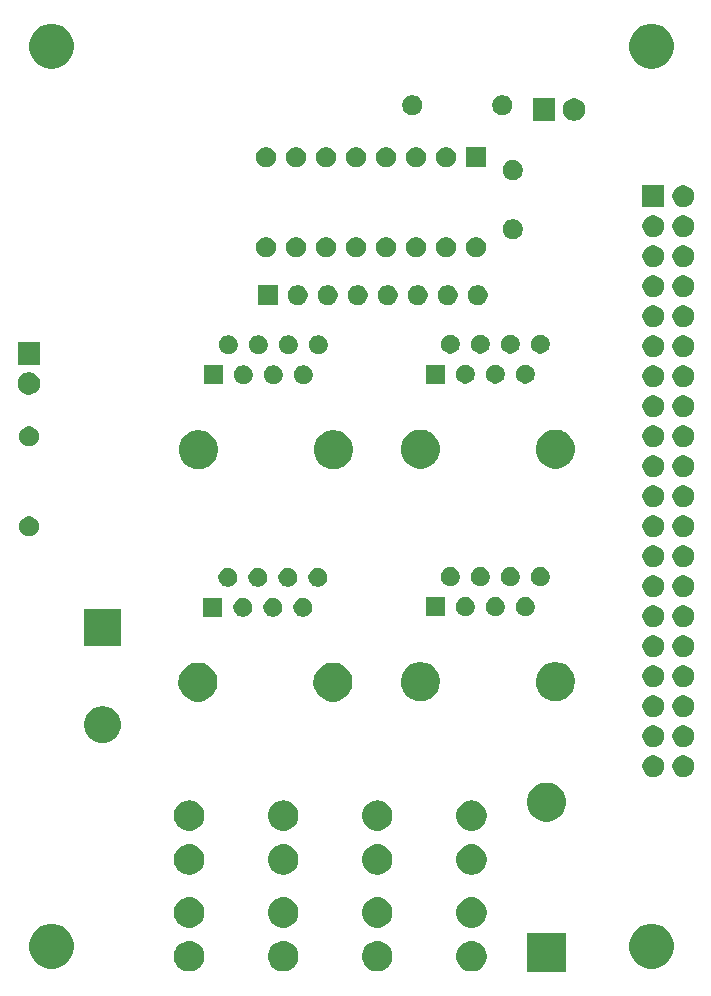
<source format=gbr>
G04 #@! TF.GenerationSoftware,KiCad,Pcbnew,(5.1.5)-3*
G04 #@! TF.CreationDate,2020-05-06T00:03:28-04:00*
G04 #@! TF.ProjectId,Pwr_Diff_Expansion,5077725f-4469-4666-965f-457870616e73,v1*
G04 #@! TF.SameCoordinates,Original*
G04 #@! TF.FileFunction,Soldermask,Bot*
G04 #@! TF.FilePolarity,Negative*
%FSLAX46Y46*%
G04 Gerber Fmt 4.6, Leading zero omitted, Abs format (unit mm)*
G04 Created by KiCad (PCBNEW (5.1.5)-3) date 2020-05-06 00:03:28*
%MOMM*%
%LPD*%
G04 APERTURE LIST*
%ADD10C,0.100000*%
G04 APERTURE END LIST*
D10*
G36*
X121522000Y-151578800D02*
G01*
X118220000Y-151578800D01*
X118220000Y-148276800D01*
X121522000Y-148276800D01*
X121522000Y-151578800D01*
G37*
G36*
X113710885Y-148995805D02*
G01*
X113876842Y-149028816D01*
X114111334Y-149125946D01*
X114322371Y-149266956D01*
X114501844Y-149446429D01*
X114642854Y-149657466D01*
X114739984Y-149891958D01*
X114789500Y-150140894D01*
X114789500Y-150394706D01*
X114739984Y-150643642D01*
X114642854Y-150878134D01*
X114501844Y-151089171D01*
X114322371Y-151268644D01*
X114111334Y-151409654D01*
X113876842Y-151506784D01*
X113710885Y-151539795D01*
X113627907Y-151556300D01*
X113374093Y-151556300D01*
X113291115Y-151539795D01*
X113125158Y-151506784D01*
X112890666Y-151409654D01*
X112679629Y-151268644D01*
X112500156Y-151089171D01*
X112359146Y-150878134D01*
X112262016Y-150643642D01*
X112212500Y-150394706D01*
X112212500Y-150140894D01*
X112262016Y-149891958D01*
X112359146Y-149657466D01*
X112500156Y-149446429D01*
X112679629Y-149266956D01*
X112890666Y-149125946D01*
X113125158Y-149028816D01*
X113291115Y-148995805D01*
X113374093Y-148979300D01*
X113627907Y-148979300D01*
X113710885Y-148995805D01*
G37*
G36*
X105744217Y-148995805D02*
G01*
X105910174Y-149028816D01*
X106144666Y-149125946D01*
X106355703Y-149266956D01*
X106535176Y-149446429D01*
X106676186Y-149657466D01*
X106773316Y-149891958D01*
X106822832Y-150140894D01*
X106822832Y-150394706D01*
X106773316Y-150643642D01*
X106676186Y-150878134D01*
X106535176Y-151089171D01*
X106355703Y-151268644D01*
X106144666Y-151409654D01*
X105910174Y-151506784D01*
X105744217Y-151539795D01*
X105661239Y-151556300D01*
X105407425Y-151556300D01*
X105324447Y-151539795D01*
X105158490Y-151506784D01*
X104923998Y-151409654D01*
X104712961Y-151268644D01*
X104533488Y-151089171D01*
X104392478Y-150878134D01*
X104295348Y-150643642D01*
X104245832Y-150394706D01*
X104245832Y-150140894D01*
X104295348Y-149891958D01*
X104392478Y-149657466D01*
X104533488Y-149446429D01*
X104712961Y-149266956D01*
X104923998Y-149125946D01*
X105158490Y-149028816D01*
X105324447Y-148995805D01*
X105407425Y-148979300D01*
X105661239Y-148979300D01*
X105744217Y-148995805D01*
G37*
G36*
X97777551Y-148995805D02*
G01*
X97943508Y-149028816D01*
X98178000Y-149125946D01*
X98389037Y-149266956D01*
X98568510Y-149446429D01*
X98709520Y-149657466D01*
X98806650Y-149891958D01*
X98856166Y-150140894D01*
X98856166Y-150394706D01*
X98806650Y-150643642D01*
X98709520Y-150878134D01*
X98568510Y-151089171D01*
X98389037Y-151268644D01*
X98178000Y-151409654D01*
X97943508Y-151506784D01*
X97777551Y-151539795D01*
X97694573Y-151556300D01*
X97440759Y-151556300D01*
X97357781Y-151539795D01*
X97191824Y-151506784D01*
X96957332Y-151409654D01*
X96746295Y-151268644D01*
X96566822Y-151089171D01*
X96425812Y-150878134D01*
X96328682Y-150643642D01*
X96279166Y-150394706D01*
X96279166Y-150140894D01*
X96328682Y-149891958D01*
X96425812Y-149657466D01*
X96566822Y-149446429D01*
X96746295Y-149266956D01*
X96957332Y-149125946D01*
X97191824Y-149028816D01*
X97357781Y-148995805D01*
X97440759Y-148979300D01*
X97694573Y-148979300D01*
X97777551Y-148995805D01*
G37*
G36*
X89810885Y-148995805D02*
G01*
X89976842Y-149028816D01*
X90211334Y-149125946D01*
X90422371Y-149266956D01*
X90601844Y-149446429D01*
X90742854Y-149657466D01*
X90839984Y-149891958D01*
X90889500Y-150140894D01*
X90889500Y-150394706D01*
X90839984Y-150643642D01*
X90742854Y-150878134D01*
X90601844Y-151089171D01*
X90422371Y-151268644D01*
X90211334Y-151409654D01*
X89976842Y-151506784D01*
X89810885Y-151539795D01*
X89727907Y-151556300D01*
X89474093Y-151556300D01*
X89391115Y-151539795D01*
X89225158Y-151506784D01*
X88990666Y-151409654D01*
X88779629Y-151268644D01*
X88600156Y-151089171D01*
X88459146Y-150878134D01*
X88362016Y-150643642D01*
X88312500Y-150394706D01*
X88312500Y-150140894D01*
X88362016Y-149891958D01*
X88459146Y-149657466D01*
X88600156Y-149446429D01*
X88779629Y-149266956D01*
X88990666Y-149125946D01*
X89225158Y-149028816D01*
X89391115Y-148995805D01*
X89474093Y-148979300D01*
X89727907Y-148979300D01*
X89810885Y-148995805D01*
G37*
G36*
X129315501Y-147591854D02*
G01*
X129661461Y-147735156D01*
X129972817Y-147943197D01*
X130237603Y-148207983D01*
X130445644Y-148519339D01*
X130588946Y-148865299D01*
X130662000Y-149232568D01*
X130662000Y-149607032D01*
X130588946Y-149974301D01*
X130445644Y-150320261D01*
X130237603Y-150631617D01*
X129972817Y-150896403D01*
X129661461Y-151104444D01*
X129315501Y-151247746D01*
X129210444Y-151268643D01*
X128948233Y-151320800D01*
X128573767Y-151320800D01*
X128311556Y-151268643D01*
X128206499Y-151247746D01*
X127860539Y-151104444D01*
X127549183Y-150896403D01*
X127284397Y-150631617D01*
X127076356Y-150320261D01*
X126933054Y-149974301D01*
X126860000Y-149607032D01*
X126860000Y-149232568D01*
X126933054Y-148865299D01*
X127076356Y-148519339D01*
X127284397Y-148207983D01*
X127549183Y-147943197D01*
X127860539Y-147735156D01*
X128206499Y-147591854D01*
X128573767Y-147518800D01*
X128948233Y-147518800D01*
X129315501Y-147591854D01*
G37*
G36*
X78515501Y-147591854D02*
G01*
X78861461Y-147735156D01*
X79172817Y-147943197D01*
X79437603Y-148207983D01*
X79645644Y-148519339D01*
X79788946Y-148865299D01*
X79862000Y-149232568D01*
X79862000Y-149607032D01*
X79788946Y-149974301D01*
X79645644Y-150320261D01*
X79437603Y-150631617D01*
X79172817Y-150896403D01*
X78861461Y-151104444D01*
X78515501Y-151247746D01*
X78410444Y-151268643D01*
X78148233Y-151320800D01*
X77773767Y-151320800D01*
X77511556Y-151268643D01*
X77406499Y-151247746D01*
X77060539Y-151104444D01*
X76749183Y-150896403D01*
X76484397Y-150631617D01*
X76276356Y-150320261D01*
X76133054Y-149974301D01*
X76060000Y-149607032D01*
X76060000Y-149232568D01*
X76133054Y-148865299D01*
X76276356Y-148519339D01*
X76484397Y-148207983D01*
X76749183Y-147943197D01*
X77060539Y-147735156D01*
X77406499Y-147591854D01*
X77773767Y-147518800D01*
X78148233Y-147518800D01*
X78515501Y-147591854D01*
G37*
G36*
X105744217Y-145295805D02*
G01*
X105910174Y-145328816D01*
X106144666Y-145425946D01*
X106355703Y-145566956D01*
X106535176Y-145746429D01*
X106676186Y-145957466D01*
X106773316Y-146191958D01*
X106822832Y-146440894D01*
X106822832Y-146694706D01*
X106773316Y-146943642D01*
X106676186Y-147178134D01*
X106535176Y-147389171D01*
X106355703Y-147568644D01*
X106144666Y-147709654D01*
X105910174Y-147806784D01*
X105744217Y-147839795D01*
X105661239Y-147856300D01*
X105407425Y-147856300D01*
X105324447Y-147839795D01*
X105158490Y-147806784D01*
X104923998Y-147709654D01*
X104712961Y-147568644D01*
X104533488Y-147389171D01*
X104392478Y-147178134D01*
X104295348Y-146943642D01*
X104245832Y-146694706D01*
X104245832Y-146440894D01*
X104295348Y-146191958D01*
X104392478Y-145957466D01*
X104533488Y-145746429D01*
X104712961Y-145566956D01*
X104923998Y-145425946D01*
X105158490Y-145328816D01*
X105324447Y-145295805D01*
X105407425Y-145279300D01*
X105661239Y-145279300D01*
X105744217Y-145295805D01*
G37*
G36*
X97777551Y-145295805D02*
G01*
X97943508Y-145328816D01*
X98178000Y-145425946D01*
X98389037Y-145566956D01*
X98568510Y-145746429D01*
X98709520Y-145957466D01*
X98806650Y-146191958D01*
X98856166Y-146440894D01*
X98856166Y-146694706D01*
X98806650Y-146943642D01*
X98709520Y-147178134D01*
X98568510Y-147389171D01*
X98389037Y-147568644D01*
X98178000Y-147709654D01*
X97943508Y-147806784D01*
X97777551Y-147839795D01*
X97694573Y-147856300D01*
X97440759Y-147856300D01*
X97357781Y-147839795D01*
X97191824Y-147806784D01*
X96957332Y-147709654D01*
X96746295Y-147568644D01*
X96566822Y-147389171D01*
X96425812Y-147178134D01*
X96328682Y-146943642D01*
X96279166Y-146694706D01*
X96279166Y-146440894D01*
X96328682Y-146191958D01*
X96425812Y-145957466D01*
X96566822Y-145746429D01*
X96746295Y-145566956D01*
X96957332Y-145425946D01*
X97191824Y-145328816D01*
X97357781Y-145295805D01*
X97440759Y-145279300D01*
X97694573Y-145279300D01*
X97777551Y-145295805D01*
G37*
G36*
X89810885Y-145295805D02*
G01*
X89976842Y-145328816D01*
X90211334Y-145425946D01*
X90422371Y-145566956D01*
X90601844Y-145746429D01*
X90742854Y-145957466D01*
X90839984Y-146191958D01*
X90889500Y-146440894D01*
X90889500Y-146694706D01*
X90839984Y-146943642D01*
X90742854Y-147178134D01*
X90601844Y-147389171D01*
X90422371Y-147568644D01*
X90211334Y-147709654D01*
X89976842Y-147806784D01*
X89810885Y-147839795D01*
X89727907Y-147856300D01*
X89474093Y-147856300D01*
X89391115Y-147839795D01*
X89225158Y-147806784D01*
X88990666Y-147709654D01*
X88779629Y-147568644D01*
X88600156Y-147389171D01*
X88459146Y-147178134D01*
X88362016Y-146943642D01*
X88312500Y-146694706D01*
X88312500Y-146440894D01*
X88362016Y-146191958D01*
X88459146Y-145957466D01*
X88600156Y-145746429D01*
X88779629Y-145566956D01*
X88990666Y-145425946D01*
X89225158Y-145328816D01*
X89391115Y-145295805D01*
X89474093Y-145279300D01*
X89727907Y-145279300D01*
X89810885Y-145295805D01*
G37*
G36*
X113710885Y-145295805D02*
G01*
X113876842Y-145328816D01*
X114111334Y-145425946D01*
X114322371Y-145566956D01*
X114501844Y-145746429D01*
X114642854Y-145957466D01*
X114739984Y-146191958D01*
X114789500Y-146440894D01*
X114789500Y-146694706D01*
X114739984Y-146943642D01*
X114642854Y-147178134D01*
X114501844Y-147389171D01*
X114322371Y-147568644D01*
X114111334Y-147709654D01*
X113876842Y-147806784D01*
X113710885Y-147839795D01*
X113627907Y-147856300D01*
X113374093Y-147856300D01*
X113291115Y-147839795D01*
X113125158Y-147806784D01*
X112890666Y-147709654D01*
X112679629Y-147568644D01*
X112500156Y-147389171D01*
X112359146Y-147178134D01*
X112262016Y-146943642D01*
X112212500Y-146694706D01*
X112212500Y-146440894D01*
X112262016Y-146191958D01*
X112359146Y-145957466D01*
X112500156Y-145746429D01*
X112679629Y-145566956D01*
X112890666Y-145425946D01*
X113125158Y-145328816D01*
X113291115Y-145295805D01*
X113374093Y-145279300D01*
X113627907Y-145279300D01*
X113710885Y-145295805D01*
G37*
G36*
X113710885Y-140795805D02*
G01*
X113876842Y-140828816D01*
X114111334Y-140925946D01*
X114322371Y-141066956D01*
X114501844Y-141246429D01*
X114642854Y-141457466D01*
X114739984Y-141691958D01*
X114789500Y-141940894D01*
X114789500Y-142194706D01*
X114739984Y-142443642D01*
X114642854Y-142678134D01*
X114501844Y-142889171D01*
X114322371Y-143068644D01*
X114111334Y-143209654D01*
X113876842Y-143306784D01*
X113710885Y-143339795D01*
X113627907Y-143356300D01*
X113374093Y-143356300D01*
X113291115Y-143339795D01*
X113125158Y-143306784D01*
X112890666Y-143209654D01*
X112679629Y-143068644D01*
X112500156Y-142889171D01*
X112359146Y-142678134D01*
X112262016Y-142443642D01*
X112212500Y-142194706D01*
X112212500Y-141940894D01*
X112262016Y-141691958D01*
X112359146Y-141457466D01*
X112500156Y-141246429D01*
X112679629Y-141066956D01*
X112890666Y-140925946D01*
X113125158Y-140828816D01*
X113291115Y-140795805D01*
X113374093Y-140779300D01*
X113627907Y-140779300D01*
X113710885Y-140795805D01*
G37*
G36*
X97777551Y-140795805D02*
G01*
X97943508Y-140828816D01*
X98178000Y-140925946D01*
X98389037Y-141066956D01*
X98568510Y-141246429D01*
X98709520Y-141457466D01*
X98806650Y-141691958D01*
X98856166Y-141940894D01*
X98856166Y-142194706D01*
X98806650Y-142443642D01*
X98709520Y-142678134D01*
X98568510Y-142889171D01*
X98389037Y-143068644D01*
X98178000Y-143209654D01*
X97943508Y-143306784D01*
X97777551Y-143339795D01*
X97694573Y-143356300D01*
X97440759Y-143356300D01*
X97357781Y-143339795D01*
X97191824Y-143306784D01*
X96957332Y-143209654D01*
X96746295Y-143068644D01*
X96566822Y-142889171D01*
X96425812Y-142678134D01*
X96328682Y-142443642D01*
X96279166Y-142194706D01*
X96279166Y-141940894D01*
X96328682Y-141691958D01*
X96425812Y-141457466D01*
X96566822Y-141246429D01*
X96746295Y-141066956D01*
X96957332Y-140925946D01*
X97191824Y-140828816D01*
X97357781Y-140795805D01*
X97440759Y-140779300D01*
X97694573Y-140779300D01*
X97777551Y-140795805D01*
G37*
G36*
X105744217Y-140795805D02*
G01*
X105910174Y-140828816D01*
X106144666Y-140925946D01*
X106355703Y-141066956D01*
X106535176Y-141246429D01*
X106676186Y-141457466D01*
X106773316Y-141691958D01*
X106822832Y-141940894D01*
X106822832Y-142194706D01*
X106773316Y-142443642D01*
X106676186Y-142678134D01*
X106535176Y-142889171D01*
X106355703Y-143068644D01*
X106144666Y-143209654D01*
X105910174Y-143306784D01*
X105744217Y-143339795D01*
X105661239Y-143356300D01*
X105407425Y-143356300D01*
X105324447Y-143339795D01*
X105158490Y-143306784D01*
X104923998Y-143209654D01*
X104712961Y-143068644D01*
X104533488Y-142889171D01*
X104392478Y-142678134D01*
X104295348Y-142443642D01*
X104245832Y-142194706D01*
X104245832Y-141940894D01*
X104295348Y-141691958D01*
X104392478Y-141457466D01*
X104533488Y-141246429D01*
X104712961Y-141066956D01*
X104923998Y-140925946D01*
X105158490Y-140828816D01*
X105324447Y-140795805D01*
X105407425Y-140779300D01*
X105661239Y-140779300D01*
X105744217Y-140795805D01*
G37*
G36*
X89810885Y-140795805D02*
G01*
X89976842Y-140828816D01*
X90211334Y-140925946D01*
X90422371Y-141066956D01*
X90601844Y-141246429D01*
X90742854Y-141457466D01*
X90839984Y-141691958D01*
X90889500Y-141940894D01*
X90889500Y-142194706D01*
X90839984Y-142443642D01*
X90742854Y-142678134D01*
X90601844Y-142889171D01*
X90422371Y-143068644D01*
X90211334Y-143209654D01*
X89976842Y-143306784D01*
X89810885Y-143339795D01*
X89727907Y-143356300D01*
X89474093Y-143356300D01*
X89391115Y-143339795D01*
X89225158Y-143306784D01*
X88990666Y-143209654D01*
X88779629Y-143068644D01*
X88600156Y-142889171D01*
X88459146Y-142678134D01*
X88362016Y-142443642D01*
X88312500Y-142194706D01*
X88312500Y-141940894D01*
X88362016Y-141691958D01*
X88459146Y-141457466D01*
X88600156Y-141246429D01*
X88779629Y-141066956D01*
X88990666Y-140925946D01*
X89225158Y-140828816D01*
X89391115Y-140795805D01*
X89474093Y-140779300D01*
X89727907Y-140779300D01*
X89810885Y-140795805D01*
G37*
G36*
X113710885Y-137095805D02*
G01*
X113876842Y-137128816D01*
X114111334Y-137225946D01*
X114322371Y-137366956D01*
X114501844Y-137546429D01*
X114642854Y-137757466D01*
X114739984Y-137991958D01*
X114789500Y-138240894D01*
X114789500Y-138494706D01*
X114739984Y-138743642D01*
X114642854Y-138978134D01*
X114501844Y-139189171D01*
X114322371Y-139368644D01*
X114111334Y-139509654D01*
X113876842Y-139606784D01*
X113710885Y-139639795D01*
X113627907Y-139656300D01*
X113374093Y-139656300D01*
X113291115Y-139639795D01*
X113125158Y-139606784D01*
X112890666Y-139509654D01*
X112679629Y-139368644D01*
X112500156Y-139189171D01*
X112359146Y-138978134D01*
X112262016Y-138743642D01*
X112212500Y-138494706D01*
X112212500Y-138240894D01*
X112262016Y-137991958D01*
X112359146Y-137757466D01*
X112500156Y-137546429D01*
X112679629Y-137366956D01*
X112890666Y-137225946D01*
X113125158Y-137128816D01*
X113291115Y-137095805D01*
X113374093Y-137079300D01*
X113627907Y-137079300D01*
X113710885Y-137095805D01*
G37*
G36*
X89810885Y-137095805D02*
G01*
X89976842Y-137128816D01*
X90211334Y-137225946D01*
X90422371Y-137366956D01*
X90601844Y-137546429D01*
X90742854Y-137757466D01*
X90839984Y-137991958D01*
X90889500Y-138240894D01*
X90889500Y-138494706D01*
X90839984Y-138743642D01*
X90742854Y-138978134D01*
X90601844Y-139189171D01*
X90422371Y-139368644D01*
X90211334Y-139509654D01*
X89976842Y-139606784D01*
X89810885Y-139639795D01*
X89727907Y-139656300D01*
X89474093Y-139656300D01*
X89391115Y-139639795D01*
X89225158Y-139606784D01*
X88990666Y-139509654D01*
X88779629Y-139368644D01*
X88600156Y-139189171D01*
X88459146Y-138978134D01*
X88362016Y-138743642D01*
X88312500Y-138494706D01*
X88312500Y-138240894D01*
X88362016Y-137991958D01*
X88459146Y-137757466D01*
X88600156Y-137546429D01*
X88779629Y-137366956D01*
X88990666Y-137225946D01*
X89225158Y-137128816D01*
X89391115Y-137095805D01*
X89474093Y-137079300D01*
X89727907Y-137079300D01*
X89810885Y-137095805D01*
G37*
G36*
X97777551Y-137095805D02*
G01*
X97943508Y-137128816D01*
X98178000Y-137225946D01*
X98389037Y-137366956D01*
X98568510Y-137546429D01*
X98709520Y-137757466D01*
X98806650Y-137991958D01*
X98856166Y-138240894D01*
X98856166Y-138494706D01*
X98806650Y-138743642D01*
X98709520Y-138978134D01*
X98568510Y-139189171D01*
X98389037Y-139368644D01*
X98178000Y-139509654D01*
X97943508Y-139606784D01*
X97777551Y-139639795D01*
X97694573Y-139656300D01*
X97440759Y-139656300D01*
X97357781Y-139639795D01*
X97191824Y-139606784D01*
X96957332Y-139509654D01*
X96746295Y-139368644D01*
X96566822Y-139189171D01*
X96425812Y-138978134D01*
X96328682Y-138743642D01*
X96279166Y-138494706D01*
X96279166Y-138240894D01*
X96328682Y-137991958D01*
X96425812Y-137757466D01*
X96566822Y-137546429D01*
X96746295Y-137366956D01*
X96957332Y-137225946D01*
X97191824Y-137128816D01*
X97357781Y-137095805D01*
X97440759Y-137079300D01*
X97694573Y-137079300D01*
X97777551Y-137095805D01*
G37*
G36*
X105744217Y-137095805D02*
G01*
X105910174Y-137128816D01*
X106144666Y-137225946D01*
X106355703Y-137366956D01*
X106535176Y-137546429D01*
X106676186Y-137757466D01*
X106773316Y-137991958D01*
X106822832Y-138240894D01*
X106822832Y-138494706D01*
X106773316Y-138743642D01*
X106676186Y-138978134D01*
X106535176Y-139189171D01*
X106355703Y-139368644D01*
X106144666Y-139509654D01*
X105910174Y-139606784D01*
X105744217Y-139639795D01*
X105661239Y-139656300D01*
X105407425Y-139656300D01*
X105324447Y-139639795D01*
X105158490Y-139606784D01*
X104923998Y-139509654D01*
X104712961Y-139368644D01*
X104533488Y-139189171D01*
X104392478Y-138978134D01*
X104295348Y-138743642D01*
X104245832Y-138494706D01*
X104245832Y-138240894D01*
X104295348Y-137991958D01*
X104392478Y-137757466D01*
X104533488Y-137546429D01*
X104712961Y-137366956D01*
X104923998Y-137225946D01*
X105158490Y-137128816D01*
X105324447Y-137095805D01*
X105407425Y-137079300D01*
X105661239Y-137079300D01*
X105744217Y-137095805D01*
G37*
G36*
X120246256Y-135619098D02*
G01*
X120352579Y-135640247D01*
X120653042Y-135764703D01*
X120923451Y-135945385D01*
X121153415Y-136175349D01*
X121334097Y-136445758D01*
X121458553Y-136746221D01*
X121522000Y-137065191D01*
X121522000Y-137390409D01*
X121458553Y-137709379D01*
X121334097Y-138009842D01*
X121153415Y-138280251D01*
X120923451Y-138510215D01*
X120653042Y-138690897D01*
X120352579Y-138815353D01*
X120246256Y-138836502D01*
X120033611Y-138878800D01*
X119708389Y-138878800D01*
X119495744Y-138836502D01*
X119389421Y-138815353D01*
X119088958Y-138690897D01*
X118818549Y-138510215D01*
X118588585Y-138280251D01*
X118407903Y-138009842D01*
X118283447Y-137709379D01*
X118220000Y-137390409D01*
X118220000Y-137065191D01*
X118283447Y-136746221D01*
X118407903Y-136445758D01*
X118588585Y-136175349D01*
X118818549Y-135945385D01*
X119088958Y-135764703D01*
X119389421Y-135640247D01*
X119495744Y-135619098D01*
X119708389Y-135576800D01*
X120033611Y-135576800D01*
X120246256Y-135619098D01*
G37*
G36*
X129167778Y-133298347D02*
G01*
X129334224Y-133367291D01*
X129484022Y-133467383D01*
X129611417Y-133594778D01*
X129711509Y-133744576D01*
X129780453Y-133911022D01*
X129815600Y-134087718D01*
X129815600Y-134267882D01*
X129780453Y-134444578D01*
X129711509Y-134611024D01*
X129611417Y-134760822D01*
X129484022Y-134888217D01*
X129334224Y-134988309D01*
X129167778Y-135057253D01*
X128991082Y-135092400D01*
X128810918Y-135092400D01*
X128634222Y-135057253D01*
X128467776Y-134988309D01*
X128317978Y-134888217D01*
X128190583Y-134760822D01*
X128090491Y-134611024D01*
X128021547Y-134444578D01*
X127986400Y-134267882D01*
X127986400Y-134087718D01*
X128021547Y-133911022D01*
X128090491Y-133744576D01*
X128190583Y-133594778D01*
X128317978Y-133467383D01*
X128467776Y-133367291D01*
X128634222Y-133298347D01*
X128810918Y-133263200D01*
X128991082Y-133263200D01*
X129167778Y-133298347D01*
G37*
G36*
X131707778Y-133298347D02*
G01*
X131874224Y-133367291D01*
X132024022Y-133467383D01*
X132151417Y-133594778D01*
X132251509Y-133744576D01*
X132320453Y-133911022D01*
X132355600Y-134087718D01*
X132355600Y-134267882D01*
X132320453Y-134444578D01*
X132251509Y-134611024D01*
X132151417Y-134760822D01*
X132024022Y-134888217D01*
X131874224Y-134988309D01*
X131707778Y-135057253D01*
X131531082Y-135092400D01*
X131350918Y-135092400D01*
X131174222Y-135057253D01*
X131007776Y-134988309D01*
X130857978Y-134888217D01*
X130730583Y-134760822D01*
X130630491Y-134611024D01*
X130561547Y-134444578D01*
X130526400Y-134267882D01*
X130526400Y-134087718D01*
X130561547Y-133911022D01*
X130630491Y-133744576D01*
X130730583Y-133594778D01*
X130857978Y-133467383D01*
X131007776Y-133367291D01*
X131174222Y-133298347D01*
X131350918Y-133263200D01*
X131531082Y-133263200D01*
X131707778Y-133298347D01*
G37*
G36*
X131707778Y-130758347D02*
G01*
X131874224Y-130827291D01*
X132024022Y-130927383D01*
X132151417Y-131054778D01*
X132251509Y-131204576D01*
X132320453Y-131371022D01*
X132355600Y-131547718D01*
X132355600Y-131727882D01*
X132320453Y-131904578D01*
X132251509Y-132071024D01*
X132151417Y-132220822D01*
X132024022Y-132348217D01*
X131874224Y-132448309D01*
X131707778Y-132517253D01*
X131531082Y-132552400D01*
X131350918Y-132552400D01*
X131174222Y-132517253D01*
X131007776Y-132448309D01*
X130857978Y-132348217D01*
X130730583Y-132220822D01*
X130630491Y-132071024D01*
X130561547Y-131904578D01*
X130526400Y-131727882D01*
X130526400Y-131547718D01*
X130561547Y-131371022D01*
X130630491Y-131204576D01*
X130730583Y-131054778D01*
X130857978Y-130927383D01*
X131007776Y-130827291D01*
X131174222Y-130758347D01*
X131350918Y-130723200D01*
X131531082Y-130723200D01*
X131707778Y-130758347D01*
G37*
G36*
X129167778Y-130758347D02*
G01*
X129334224Y-130827291D01*
X129484022Y-130927383D01*
X129611417Y-131054778D01*
X129711509Y-131204576D01*
X129780453Y-131371022D01*
X129815600Y-131547718D01*
X129815600Y-131727882D01*
X129780453Y-131904578D01*
X129711509Y-132071024D01*
X129611417Y-132220822D01*
X129484022Y-132348217D01*
X129334224Y-132448309D01*
X129167778Y-132517253D01*
X128991082Y-132552400D01*
X128810918Y-132552400D01*
X128634222Y-132517253D01*
X128467776Y-132448309D01*
X128317978Y-132348217D01*
X128190583Y-132220822D01*
X128090491Y-132071024D01*
X128021547Y-131904578D01*
X127986400Y-131727882D01*
X127986400Y-131547718D01*
X128021547Y-131371022D01*
X128090491Y-131204576D01*
X128190583Y-131054778D01*
X128317978Y-130927383D01*
X128467776Y-130827291D01*
X128634222Y-130758347D01*
X128810918Y-130723200D01*
X128991082Y-130723200D01*
X129167778Y-130758347D01*
G37*
G36*
X82589785Y-129148562D02*
G01*
X82739610Y-129178364D01*
X83021874Y-129295281D01*
X83275905Y-129465019D01*
X83491941Y-129681055D01*
X83661679Y-129935086D01*
X83693703Y-130012400D01*
X83778596Y-130217351D01*
X83838200Y-130516999D01*
X83838200Y-130822521D01*
X83817341Y-130927384D01*
X83778596Y-131122170D01*
X83661679Y-131404434D01*
X83491941Y-131658465D01*
X83275905Y-131874501D01*
X83021874Y-132044239D01*
X82739610Y-132161156D01*
X82589785Y-132190958D01*
X82439961Y-132220760D01*
X82134439Y-132220760D01*
X81984615Y-132190958D01*
X81834790Y-132161156D01*
X81552526Y-132044239D01*
X81298495Y-131874501D01*
X81082459Y-131658465D01*
X80912721Y-131404434D01*
X80795804Y-131122170D01*
X80757059Y-130927384D01*
X80736200Y-130822521D01*
X80736200Y-130516999D01*
X80795804Y-130217351D01*
X80880697Y-130012400D01*
X80912721Y-129935086D01*
X81082459Y-129681055D01*
X81298495Y-129465019D01*
X81552526Y-129295281D01*
X81834790Y-129178364D01*
X81984615Y-129148562D01*
X82134439Y-129118760D01*
X82439961Y-129118760D01*
X82589785Y-129148562D01*
G37*
G36*
X129167778Y-128218347D02*
G01*
X129334224Y-128287291D01*
X129484022Y-128387383D01*
X129611417Y-128514778D01*
X129711509Y-128664576D01*
X129780453Y-128831022D01*
X129815600Y-129007718D01*
X129815600Y-129187882D01*
X129780453Y-129364578D01*
X129711509Y-129531024D01*
X129611417Y-129680822D01*
X129484022Y-129808217D01*
X129334224Y-129908309D01*
X129167778Y-129977253D01*
X128991082Y-130012400D01*
X128810918Y-130012400D01*
X128634222Y-129977253D01*
X128467776Y-129908309D01*
X128317978Y-129808217D01*
X128190583Y-129680822D01*
X128090491Y-129531024D01*
X128021547Y-129364578D01*
X127986400Y-129187882D01*
X127986400Y-129007718D01*
X128021547Y-128831022D01*
X128090491Y-128664576D01*
X128190583Y-128514778D01*
X128317978Y-128387383D01*
X128467776Y-128287291D01*
X128634222Y-128218347D01*
X128810918Y-128183200D01*
X128991082Y-128183200D01*
X129167778Y-128218347D01*
G37*
G36*
X131707778Y-128218347D02*
G01*
X131874224Y-128287291D01*
X132024022Y-128387383D01*
X132151417Y-128514778D01*
X132251509Y-128664576D01*
X132320453Y-128831022D01*
X132355600Y-129007718D01*
X132355600Y-129187882D01*
X132320453Y-129364578D01*
X132251509Y-129531024D01*
X132151417Y-129680822D01*
X132024022Y-129808217D01*
X131874224Y-129908309D01*
X131707778Y-129977253D01*
X131531082Y-130012400D01*
X131350918Y-130012400D01*
X131174222Y-129977253D01*
X131007776Y-129908309D01*
X130857978Y-129808217D01*
X130730583Y-129680822D01*
X130630491Y-129531024D01*
X130561547Y-129364578D01*
X130526400Y-129187882D01*
X130526400Y-129007718D01*
X130561547Y-128831022D01*
X130630491Y-128664576D01*
X130730583Y-128514778D01*
X130857978Y-128387383D01*
X131007776Y-128287291D01*
X131174222Y-128218347D01*
X131350918Y-128183200D01*
X131531082Y-128183200D01*
X131707778Y-128218347D01*
G37*
G36*
X102156856Y-125459098D02*
G01*
X102263179Y-125480247D01*
X102563642Y-125604703D01*
X102834051Y-125785385D01*
X103064015Y-126015349D01*
X103244697Y-126285758D01*
X103244698Y-126285760D01*
X103369153Y-126586222D01*
X103422496Y-126854391D01*
X103432600Y-126905191D01*
X103432600Y-127230409D01*
X103369153Y-127549379D01*
X103244697Y-127849842D01*
X103064015Y-128120251D01*
X102834051Y-128350215D01*
X102563642Y-128530897D01*
X102263179Y-128655353D01*
X102199598Y-128668000D01*
X101944211Y-128718800D01*
X101618989Y-128718800D01*
X101363602Y-128668000D01*
X101300021Y-128655353D01*
X100999558Y-128530897D01*
X100729149Y-128350215D01*
X100499185Y-128120251D01*
X100318503Y-127849842D01*
X100194047Y-127549379D01*
X100130600Y-127230409D01*
X100130600Y-126905191D01*
X100140705Y-126854391D01*
X100194047Y-126586222D01*
X100318502Y-126285760D01*
X100318503Y-126285758D01*
X100499185Y-126015349D01*
X100729149Y-125785385D01*
X100999558Y-125604703D01*
X101300021Y-125480247D01*
X101406344Y-125459098D01*
X101618989Y-125416800D01*
X101944211Y-125416800D01*
X102156856Y-125459098D01*
G37*
G36*
X90726856Y-125459098D02*
G01*
X90833179Y-125480247D01*
X91133642Y-125604703D01*
X91404051Y-125785385D01*
X91634015Y-126015349D01*
X91814697Y-126285758D01*
X91814698Y-126285760D01*
X91939153Y-126586222D01*
X91992496Y-126854391D01*
X92002600Y-126905191D01*
X92002600Y-127230409D01*
X91939153Y-127549379D01*
X91814697Y-127849842D01*
X91634015Y-128120251D01*
X91404051Y-128350215D01*
X91133642Y-128530897D01*
X90833179Y-128655353D01*
X90769598Y-128668000D01*
X90514211Y-128718800D01*
X90188989Y-128718800D01*
X89933602Y-128668000D01*
X89870021Y-128655353D01*
X89569558Y-128530897D01*
X89299149Y-128350215D01*
X89069185Y-128120251D01*
X88888503Y-127849842D01*
X88764047Y-127549379D01*
X88700600Y-127230409D01*
X88700600Y-126905191D01*
X88710705Y-126854391D01*
X88764047Y-126586222D01*
X88888502Y-126285760D01*
X88888503Y-126285758D01*
X89069185Y-126015349D01*
X89299149Y-125785385D01*
X89569558Y-125604703D01*
X89870021Y-125480247D01*
X89976344Y-125459098D01*
X90188989Y-125416800D01*
X90514211Y-125416800D01*
X90726856Y-125459098D01*
G37*
G36*
X120982856Y-125408298D02*
G01*
X121089179Y-125429447D01*
X121389642Y-125553903D01*
X121660051Y-125734585D01*
X121890015Y-125964549D01*
X121923960Y-126015351D01*
X122070698Y-126234960D01*
X122195153Y-126535422D01*
X122258600Y-126854389D01*
X122258600Y-127179611D01*
X122221065Y-127368309D01*
X122195153Y-127498579D01*
X122070697Y-127799042D01*
X121890015Y-128069451D01*
X121660051Y-128299415D01*
X121389642Y-128480097D01*
X121089179Y-128604553D01*
X120982856Y-128625702D01*
X120770211Y-128668000D01*
X120444989Y-128668000D01*
X120232344Y-128625702D01*
X120126021Y-128604553D01*
X119825558Y-128480097D01*
X119555149Y-128299415D01*
X119325185Y-128069451D01*
X119144503Y-127799042D01*
X119020047Y-127498579D01*
X118994135Y-127368309D01*
X118956600Y-127179611D01*
X118956600Y-126854389D01*
X119020047Y-126535422D01*
X119144502Y-126234960D01*
X119291240Y-126015351D01*
X119325185Y-125964549D01*
X119555149Y-125734585D01*
X119825558Y-125553903D01*
X120126021Y-125429447D01*
X120232344Y-125408298D01*
X120444989Y-125366000D01*
X120770211Y-125366000D01*
X120982856Y-125408298D01*
G37*
G36*
X109552856Y-125408298D02*
G01*
X109659179Y-125429447D01*
X109959642Y-125553903D01*
X110230051Y-125734585D01*
X110460015Y-125964549D01*
X110493960Y-126015351D01*
X110640698Y-126234960D01*
X110765153Y-126535422D01*
X110828600Y-126854389D01*
X110828600Y-127179611D01*
X110791065Y-127368309D01*
X110765153Y-127498579D01*
X110640697Y-127799042D01*
X110460015Y-128069451D01*
X110230051Y-128299415D01*
X109959642Y-128480097D01*
X109659179Y-128604553D01*
X109552856Y-128625702D01*
X109340211Y-128668000D01*
X109014989Y-128668000D01*
X108802344Y-128625702D01*
X108696021Y-128604553D01*
X108395558Y-128480097D01*
X108125149Y-128299415D01*
X107895185Y-128069451D01*
X107714503Y-127799042D01*
X107590047Y-127498579D01*
X107564135Y-127368309D01*
X107526600Y-127179611D01*
X107526600Y-126854389D01*
X107590047Y-126535422D01*
X107714502Y-126234960D01*
X107861240Y-126015351D01*
X107895185Y-125964549D01*
X108125149Y-125734585D01*
X108395558Y-125553903D01*
X108696021Y-125429447D01*
X108802344Y-125408298D01*
X109014989Y-125366000D01*
X109340211Y-125366000D01*
X109552856Y-125408298D01*
G37*
G36*
X129167778Y-125678347D02*
G01*
X129334224Y-125747291D01*
X129484022Y-125847383D01*
X129611417Y-125974778D01*
X129711509Y-126124576D01*
X129780453Y-126291022D01*
X129815600Y-126467718D01*
X129815600Y-126647882D01*
X129780453Y-126824578D01*
X129711509Y-126991024D01*
X129611417Y-127140822D01*
X129484022Y-127268217D01*
X129334224Y-127368309D01*
X129167778Y-127437253D01*
X128991082Y-127472400D01*
X128810918Y-127472400D01*
X128634222Y-127437253D01*
X128467776Y-127368309D01*
X128317978Y-127268217D01*
X128190583Y-127140822D01*
X128090491Y-126991024D01*
X128021547Y-126824578D01*
X127986400Y-126647882D01*
X127986400Y-126467718D01*
X128021547Y-126291022D01*
X128090491Y-126124576D01*
X128190583Y-125974778D01*
X128317978Y-125847383D01*
X128467776Y-125747291D01*
X128634222Y-125678347D01*
X128810918Y-125643200D01*
X128991082Y-125643200D01*
X129167778Y-125678347D01*
G37*
G36*
X131707778Y-125678347D02*
G01*
X131874224Y-125747291D01*
X132024022Y-125847383D01*
X132151417Y-125974778D01*
X132251509Y-126124576D01*
X132320453Y-126291022D01*
X132355600Y-126467718D01*
X132355600Y-126647882D01*
X132320453Y-126824578D01*
X132251509Y-126991024D01*
X132151417Y-127140822D01*
X132024022Y-127268217D01*
X131874224Y-127368309D01*
X131707778Y-127437253D01*
X131531082Y-127472400D01*
X131350918Y-127472400D01*
X131174222Y-127437253D01*
X131007776Y-127368309D01*
X130857978Y-127268217D01*
X130730583Y-127140822D01*
X130630491Y-126991024D01*
X130561547Y-126824578D01*
X130526400Y-126647882D01*
X130526400Y-126467718D01*
X130561547Y-126291022D01*
X130630491Y-126124576D01*
X130730583Y-125974778D01*
X130857978Y-125847383D01*
X131007776Y-125747291D01*
X131174222Y-125678347D01*
X131350918Y-125643200D01*
X131531082Y-125643200D01*
X131707778Y-125678347D01*
G37*
G36*
X131707778Y-123138347D02*
G01*
X131874224Y-123207291D01*
X132024022Y-123307383D01*
X132151417Y-123434778D01*
X132251509Y-123584576D01*
X132320453Y-123751022D01*
X132355600Y-123927718D01*
X132355600Y-124107882D01*
X132320453Y-124284578D01*
X132251509Y-124451024D01*
X132151417Y-124600822D01*
X132024022Y-124728217D01*
X131874224Y-124828309D01*
X131707778Y-124897253D01*
X131531082Y-124932400D01*
X131350918Y-124932400D01*
X131174222Y-124897253D01*
X131007776Y-124828309D01*
X130857978Y-124728217D01*
X130730583Y-124600822D01*
X130630491Y-124451024D01*
X130561547Y-124284578D01*
X130526400Y-124107882D01*
X130526400Y-123927718D01*
X130561547Y-123751022D01*
X130630491Y-123584576D01*
X130730583Y-123434778D01*
X130857978Y-123307383D01*
X131007776Y-123207291D01*
X131174222Y-123138347D01*
X131350918Y-123103200D01*
X131531082Y-123103200D01*
X131707778Y-123138347D01*
G37*
G36*
X129167778Y-123138347D02*
G01*
X129334224Y-123207291D01*
X129484022Y-123307383D01*
X129611417Y-123434778D01*
X129711509Y-123584576D01*
X129780453Y-123751022D01*
X129815600Y-123927718D01*
X129815600Y-124107882D01*
X129780453Y-124284578D01*
X129711509Y-124451024D01*
X129611417Y-124600822D01*
X129484022Y-124728217D01*
X129334224Y-124828309D01*
X129167778Y-124897253D01*
X128991082Y-124932400D01*
X128810918Y-124932400D01*
X128634222Y-124897253D01*
X128467776Y-124828309D01*
X128317978Y-124728217D01*
X128190583Y-124600822D01*
X128090491Y-124451024D01*
X128021547Y-124284578D01*
X127986400Y-124107882D01*
X127986400Y-123927718D01*
X128021547Y-123751022D01*
X128090491Y-123584576D01*
X128190583Y-123434778D01*
X128317978Y-123307383D01*
X128467776Y-123207291D01*
X128634222Y-123138347D01*
X128810918Y-123103200D01*
X128991082Y-123103200D01*
X129167778Y-123138347D01*
G37*
G36*
X83838200Y-123970840D02*
G01*
X80736200Y-123970840D01*
X80736200Y-120868840D01*
X83838200Y-120868840D01*
X83838200Y-123970840D01*
G37*
G36*
X131707778Y-120598347D02*
G01*
X131874224Y-120667291D01*
X132024022Y-120767383D01*
X132151417Y-120894778D01*
X132251509Y-121044576D01*
X132320453Y-121211022D01*
X132355600Y-121387718D01*
X132355600Y-121567882D01*
X132320453Y-121744578D01*
X132251509Y-121911024D01*
X132151417Y-122060822D01*
X132024022Y-122188217D01*
X131874224Y-122288309D01*
X131707778Y-122357253D01*
X131531082Y-122392400D01*
X131350918Y-122392400D01*
X131174222Y-122357253D01*
X131007776Y-122288309D01*
X130857978Y-122188217D01*
X130730583Y-122060822D01*
X130630491Y-121911024D01*
X130561547Y-121744578D01*
X130526400Y-121567882D01*
X130526400Y-121387718D01*
X130561547Y-121211022D01*
X130630491Y-121044576D01*
X130730583Y-120894778D01*
X130857978Y-120767383D01*
X131007776Y-120667291D01*
X131174222Y-120598347D01*
X131350918Y-120563200D01*
X131531082Y-120563200D01*
X131707778Y-120598347D01*
G37*
G36*
X129167778Y-120598347D02*
G01*
X129334224Y-120667291D01*
X129484022Y-120767383D01*
X129611417Y-120894778D01*
X129711509Y-121044576D01*
X129780453Y-121211022D01*
X129815600Y-121387718D01*
X129815600Y-121567882D01*
X129780453Y-121744578D01*
X129711509Y-121911024D01*
X129611417Y-122060822D01*
X129484022Y-122188217D01*
X129334224Y-122288309D01*
X129167778Y-122357253D01*
X128991082Y-122392400D01*
X128810918Y-122392400D01*
X128634222Y-122357253D01*
X128467776Y-122288309D01*
X128317978Y-122188217D01*
X128190583Y-122060822D01*
X128090491Y-121911024D01*
X128021547Y-121744578D01*
X127986400Y-121567882D01*
X127986400Y-121387718D01*
X128021547Y-121211022D01*
X128090491Y-121044576D01*
X128190583Y-120894778D01*
X128317978Y-120767383D01*
X128467776Y-120667291D01*
X128634222Y-120598347D01*
X128810918Y-120563200D01*
X128991082Y-120563200D01*
X129167778Y-120598347D01*
G37*
G36*
X96935242Y-119947581D02*
G01*
X97081014Y-120007962D01*
X97081016Y-120007963D01*
X97212208Y-120095622D01*
X97323778Y-120207192D01*
X97377495Y-120287586D01*
X97411438Y-120338386D01*
X97471819Y-120484158D01*
X97502600Y-120638907D01*
X97502600Y-120796693D01*
X97471819Y-120951442D01*
X97433242Y-121044575D01*
X97411437Y-121097216D01*
X97323778Y-121228408D01*
X97212208Y-121339978D01*
X97081016Y-121427637D01*
X97081015Y-121427638D01*
X97081014Y-121427638D01*
X96935242Y-121488019D01*
X96780493Y-121518800D01*
X96622707Y-121518800D01*
X96467958Y-121488019D01*
X96322186Y-121427638D01*
X96322185Y-121427638D01*
X96322184Y-121427637D01*
X96190992Y-121339978D01*
X96079422Y-121228408D01*
X95991763Y-121097216D01*
X95969958Y-121044575D01*
X95931381Y-120951442D01*
X95900600Y-120796693D01*
X95900600Y-120638907D01*
X95931381Y-120484158D01*
X95991762Y-120338386D01*
X96025705Y-120287586D01*
X96079422Y-120207192D01*
X96190992Y-120095622D01*
X96322184Y-120007963D01*
X96322186Y-120007962D01*
X96467958Y-119947581D01*
X96622707Y-119916800D01*
X96780493Y-119916800D01*
X96935242Y-119947581D01*
G37*
G36*
X99475242Y-119947581D02*
G01*
X99621014Y-120007962D01*
X99621016Y-120007963D01*
X99752208Y-120095622D01*
X99863778Y-120207192D01*
X99917495Y-120287586D01*
X99951438Y-120338386D01*
X100011819Y-120484158D01*
X100042600Y-120638907D01*
X100042600Y-120796693D01*
X100011819Y-120951442D01*
X99973242Y-121044575D01*
X99951437Y-121097216D01*
X99863778Y-121228408D01*
X99752208Y-121339978D01*
X99621016Y-121427637D01*
X99621015Y-121427638D01*
X99621014Y-121427638D01*
X99475242Y-121488019D01*
X99320493Y-121518800D01*
X99162707Y-121518800D01*
X99007958Y-121488019D01*
X98862186Y-121427638D01*
X98862185Y-121427638D01*
X98862184Y-121427637D01*
X98730992Y-121339978D01*
X98619422Y-121228408D01*
X98531763Y-121097216D01*
X98509958Y-121044575D01*
X98471381Y-120951442D01*
X98440600Y-120796693D01*
X98440600Y-120638907D01*
X98471381Y-120484158D01*
X98531762Y-120338386D01*
X98565705Y-120287586D01*
X98619422Y-120207192D01*
X98730992Y-120095622D01*
X98862184Y-120007963D01*
X98862186Y-120007962D01*
X99007958Y-119947581D01*
X99162707Y-119916800D01*
X99320493Y-119916800D01*
X99475242Y-119947581D01*
G37*
G36*
X92422600Y-121518800D02*
G01*
X90820600Y-121518800D01*
X90820600Y-119916800D01*
X92422600Y-119916800D01*
X92422600Y-121518800D01*
G37*
G36*
X94395242Y-119947581D02*
G01*
X94541014Y-120007962D01*
X94541016Y-120007963D01*
X94672208Y-120095622D01*
X94783778Y-120207192D01*
X94837495Y-120287586D01*
X94871438Y-120338386D01*
X94931819Y-120484158D01*
X94962600Y-120638907D01*
X94962600Y-120796693D01*
X94931819Y-120951442D01*
X94893242Y-121044575D01*
X94871437Y-121097216D01*
X94783778Y-121228408D01*
X94672208Y-121339978D01*
X94541016Y-121427637D01*
X94541015Y-121427638D01*
X94541014Y-121427638D01*
X94395242Y-121488019D01*
X94240493Y-121518800D01*
X94082707Y-121518800D01*
X93927958Y-121488019D01*
X93782186Y-121427638D01*
X93782185Y-121427638D01*
X93782184Y-121427637D01*
X93650992Y-121339978D01*
X93539422Y-121228408D01*
X93451763Y-121097216D01*
X93429958Y-121044575D01*
X93391381Y-120951442D01*
X93360600Y-120796693D01*
X93360600Y-120638907D01*
X93391381Y-120484158D01*
X93451762Y-120338386D01*
X93485705Y-120287586D01*
X93539422Y-120207192D01*
X93650992Y-120095622D01*
X93782184Y-120007963D01*
X93782186Y-120007962D01*
X93927958Y-119947581D01*
X94082707Y-119916800D01*
X94240493Y-119916800D01*
X94395242Y-119947581D01*
G37*
G36*
X111248600Y-121468000D02*
G01*
X109646600Y-121468000D01*
X109646600Y-119866000D01*
X111248600Y-119866000D01*
X111248600Y-121468000D01*
G37*
G36*
X113221242Y-119896781D02*
G01*
X113367014Y-119957162D01*
X113367016Y-119957163D01*
X113498208Y-120044822D01*
X113609778Y-120156392D01*
X113697437Y-120287584D01*
X113697438Y-120287586D01*
X113757819Y-120433358D01*
X113788600Y-120588107D01*
X113788600Y-120745893D01*
X113757819Y-120900642D01*
X113736776Y-120951443D01*
X113697437Y-121046416D01*
X113609778Y-121177608D01*
X113498208Y-121289178D01*
X113367016Y-121376837D01*
X113367015Y-121376838D01*
X113367014Y-121376838D01*
X113221242Y-121437219D01*
X113066493Y-121468000D01*
X112908707Y-121468000D01*
X112753958Y-121437219D01*
X112608186Y-121376838D01*
X112608185Y-121376838D01*
X112608184Y-121376837D01*
X112476992Y-121289178D01*
X112365422Y-121177608D01*
X112277763Y-121046416D01*
X112238424Y-120951443D01*
X112217381Y-120900642D01*
X112186600Y-120745893D01*
X112186600Y-120588107D01*
X112217381Y-120433358D01*
X112277762Y-120287586D01*
X112277763Y-120287584D01*
X112365422Y-120156392D01*
X112476992Y-120044822D01*
X112608184Y-119957163D01*
X112608186Y-119957162D01*
X112753958Y-119896781D01*
X112908707Y-119866000D01*
X113066493Y-119866000D01*
X113221242Y-119896781D01*
G37*
G36*
X115761242Y-119896781D02*
G01*
X115907014Y-119957162D01*
X115907016Y-119957163D01*
X116038208Y-120044822D01*
X116149778Y-120156392D01*
X116237437Y-120287584D01*
X116237438Y-120287586D01*
X116297819Y-120433358D01*
X116328600Y-120588107D01*
X116328600Y-120745893D01*
X116297819Y-120900642D01*
X116276776Y-120951443D01*
X116237437Y-121046416D01*
X116149778Y-121177608D01*
X116038208Y-121289178D01*
X115907016Y-121376837D01*
X115907015Y-121376838D01*
X115907014Y-121376838D01*
X115761242Y-121437219D01*
X115606493Y-121468000D01*
X115448707Y-121468000D01*
X115293958Y-121437219D01*
X115148186Y-121376838D01*
X115148185Y-121376838D01*
X115148184Y-121376837D01*
X115016992Y-121289178D01*
X114905422Y-121177608D01*
X114817763Y-121046416D01*
X114778424Y-120951443D01*
X114757381Y-120900642D01*
X114726600Y-120745893D01*
X114726600Y-120588107D01*
X114757381Y-120433358D01*
X114817762Y-120287586D01*
X114817763Y-120287584D01*
X114905422Y-120156392D01*
X115016992Y-120044822D01*
X115148184Y-119957163D01*
X115148186Y-119957162D01*
X115293958Y-119896781D01*
X115448707Y-119866000D01*
X115606493Y-119866000D01*
X115761242Y-119896781D01*
G37*
G36*
X118301242Y-119896781D02*
G01*
X118447014Y-119957162D01*
X118447016Y-119957163D01*
X118578208Y-120044822D01*
X118689778Y-120156392D01*
X118777437Y-120287584D01*
X118777438Y-120287586D01*
X118837819Y-120433358D01*
X118868600Y-120588107D01*
X118868600Y-120745893D01*
X118837819Y-120900642D01*
X118816776Y-120951443D01*
X118777437Y-121046416D01*
X118689778Y-121177608D01*
X118578208Y-121289178D01*
X118447016Y-121376837D01*
X118447015Y-121376838D01*
X118447014Y-121376838D01*
X118301242Y-121437219D01*
X118146493Y-121468000D01*
X117988707Y-121468000D01*
X117833958Y-121437219D01*
X117688186Y-121376838D01*
X117688185Y-121376838D01*
X117688184Y-121376837D01*
X117556992Y-121289178D01*
X117445422Y-121177608D01*
X117357763Y-121046416D01*
X117318424Y-120951443D01*
X117297381Y-120900642D01*
X117266600Y-120745893D01*
X117266600Y-120588107D01*
X117297381Y-120433358D01*
X117357762Y-120287586D01*
X117357763Y-120287584D01*
X117445422Y-120156392D01*
X117556992Y-120044822D01*
X117688184Y-119957163D01*
X117688186Y-119957162D01*
X117833958Y-119896781D01*
X117988707Y-119866000D01*
X118146493Y-119866000D01*
X118301242Y-119896781D01*
G37*
G36*
X129167778Y-118058347D02*
G01*
X129334224Y-118127291D01*
X129484022Y-118227383D01*
X129611417Y-118354778D01*
X129711509Y-118504576D01*
X129780453Y-118671022D01*
X129815600Y-118847718D01*
X129815600Y-119027882D01*
X129780453Y-119204578D01*
X129711509Y-119371024D01*
X129611417Y-119520822D01*
X129484022Y-119648217D01*
X129334224Y-119748309D01*
X129167778Y-119817253D01*
X128991082Y-119852400D01*
X128810918Y-119852400D01*
X128634222Y-119817253D01*
X128467776Y-119748309D01*
X128317978Y-119648217D01*
X128190583Y-119520822D01*
X128090491Y-119371024D01*
X128021547Y-119204578D01*
X127986400Y-119027882D01*
X127986400Y-118847718D01*
X128021547Y-118671022D01*
X128090491Y-118504576D01*
X128190583Y-118354778D01*
X128317978Y-118227383D01*
X128467776Y-118127291D01*
X128634222Y-118058347D01*
X128810918Y-118023200D01*
X128991082Y-118023200D01*
X129167778Y-118058347D01*
G37*
G36*
X131707778Y-118058347D02*
G01*
X131874224Y-118127291D01*
X132024022Y-118227383D01*
X132151417Y-118354778D01*
X132251509Y-118504576D01*
X132320453Y-118671022D01*
X132355600Y-118847718D01*
X132355600Y-119027882D01*
X132320453Y-119204578D01*
X132251509Y-119371024D01*
X132151417Y-119520822D01*
X132024022Y-119648217D01*
X131874224Y-119748309D01*
X131707778Y-119817253D01*
X131531082Y-119852400D01*
X131350918Y-119852400D01*
X131174222Y-119817253D01*
X131007776Y-119748309D01*
X130857978Y-119648217D01*
X130730583Y-119520822D01*
X130630491Y-119371024D01*
X130561547Y-119204578D01*
X130526400Y-119027882D01*
X130526400Y-118847718D01*
X130561547Y-118671022D01*
X130630491Y-118504576D01*
X130730583Y-118354778D01*
X130857978Y-118227383D01*
X131007776Y-118127291D01*
X131174222Y-118058347D01*
X131350918Y-118023200D01*
X131531082Y-118023200D01*
X131707778Y-118058347D01*
G37*
G36*
X95665242Y-117407581D02*
G01*
X95811014Y-117467962D01*
X95811016Y-117467963D01*
X95942208Y-117555622D01*
X96053778Y-117667192D01*
X96107495Y-117747586D01*
X96141438Y-117798386D01*
X96201819Y-117944158D01*
X96232600Y-118098907D01*
X96232600Y-118256693D01*
X96201819Y-118411442D01*
X96163242Y-118504575D01*
X96141437Y-118557216D01*
X96053778Y-118688408D01*
X95942208Y-118799978D01*
X95811016Y-118887637D01*
X95811015Y-118887638D01*
X95811014Y-118887638D01*
X95665242Y-118948019D01*
X95510493Y-118978800D01*
X95352707Y-118978800D01*
X95197958Y-118948019D01*
X95052186Y-118887638D01*
X95052185Y-118887638D01*
X95052184Y-118887637D01*
X94920992Y-118799978D01*
X94809422Y-118688408D01*
X94721763Y-118557216D01*
X94699958Y-118504575D01*
X94661381Y-118411442D01*
X94630600Y-118256693D01*
X94630600Y-118098907D01*
X94661381Y-117944158D01*
X94721762Y-117798386D01*
X94755705Y-117747586D01*
X94809422Y-117667192D01*
X94920992Y-117555622D01*
X95052184Y-117467963D01*
X95052186Y-117467962D01*
X95197958Y-117407581D01*
X95352707Y-117376800D01*
X95510493Y-117376800D01*
X95665242Y-117407581D01*
G37*
G36*
X93125242Y-117407581D02*
G01*
X93271014Y-117467962D01*
X93271016Y-117467963D01*
X93402208Y-117555622D01*
X93513778Y-117667192D01*
X93567495Y-117747586D01*
X93601438Y-117798386D01*
X93661819Y-117944158D01*
X93692600Y-118098907D01*
X93692600Y-118256693D01*
X93661819Y-118411442D01*
X93623242Y-118504575D01*
X93601437Y-118557216D01*
X93513778Y-118688408D01*
X93402208Y-118799978D01*
X93271016Y-118887637D01*
X93271015Y-118887638D01*
X93271014Y-118887638D01*
X93125242Y-118948019D01*
X92970493Y-118978800D01*
X92812707Y-118978800D01*
X92657958Y-118948019D01*
X92512186Y-118887638D01*
X92512185Y-118887638D01*
X92512184Y-118887637D01*
X92380992Y-118799978D01*
X92269422Y-118688408D01*
X92181763Y-118557216D01*
X92159958Y-118504575D01*
X92121381Y-118411442D01*
X92090600Y-118256693D01*
X92090600Y-118098907D01*
X92121381Y-117944158D01*
X92181762Y-117798386D01*
X92215705Y-117747586D01*
X92269422Y-117667192D01*
X92380992Y-117555622D01*
X92512184Y-117467963D01*
X92512186Y-117467962D01*
X92657958Y-117407581D01*
X92812707Y-117376800D01*
X92970493Y-117376800D01*
X93125242Y-117407581D01*
G37*
G36*
X98205242Y-117407581D02*
G01*
X98351014Y-117467962D01*
X98351016Y-117467963D01*
X98482208Y-117555622D01*
X98593778Y-117667192D01*
X98647495Y-117747586D01*
X98681438Y-117798386D01*
X98741819Y-117944158D01*
X98772600Y-118098907D01*
X98772600Y-118256693D01*
X98741819Y-118411442D01*
X98703242Y-118504575D01*
X98681437Y-118557216D01*
X98593778Y-118688408D01*
X98482208Y-118799978D01*
X98351016Y-118887637D01*
X98351015Y-118887638D01*
X98351014Y-118887638D01*
X98205242Y-118948019D01*
X98050493Y-118978800D01*
X97892707Y-118978800D01*
X97737958Y-118948019D01*
X97592186Y-118887638D01*
X97592185Y-118887638D01*
X97592184Y-118887637D01*
X97460992Y-118799978D01*
X97349422Y-118688408D01*
X97261763Y-118557216D01*
X97239958Y-118504575D01*
X97201381Y-118411442D01*
X97170600Y-118256693D01*
X97170600Y-118098907D01*
X97201381Y-117944158D01*
X97261762Y-117798386D01*
X97295705Y-117747586D01*
X97349422Y-117667192D01*
X97460992Y-117555622D01*
X97592184Y-117467963D01*
X97592186Y-117467962D01*
X97737958Y-117407581D01*
X97892707Y-117376800D01*
X98050493Y-117376800D01*
X98205242Y-117407581D01*
G37*
G36*
X100745242Y-117407581D02*
G01*
X100891014Y-117467962D01*
X100891016Y-117467963D01*
X101022208Y-117555622D01*
X101133778Y-117667192D01*
X101187495Y-117747586D01*
X101221438Y-117798386D01*
X101281819Y-117944158D01*
X101312600Y-118098907D01*
X101312600Y-118256693D01*
X101281819Y-118411442D01*
X101243242Y-118504575D01*
X101221437Y-118557216D01*
X101133778Y-118688408D01*
X101022208Y-118799978D01*
X100891016Y-118887637D01*
X100891015Y-118887638D01*
X100891014Y-118887638D01*
X100745242Y-118948019D01*
X100590493Y-118978800D01*
X100432707Y-118978800D01*
X100277958Y-118948019D01*
X100132186Y-118887638D01*
X100132185Y-118887638D01*
X100132184Y-118887637D01*
X100000992Y-118799978D01*
X99889422Y-118688408D01*
X99801763Y-118557216D01*
X99779958Y-118504575D01*
X99741381Y-118411442D01*
X99710600Y-118256693D01*
X99710600Y-118098907D01*
X99741381Y-117944158D01*
X99801762Y-117798386D01*
X99835705Y-117747586D01*
X99889422Y-117667192D01*
X100000992Y-117555622D01*
X100132184Y-117467963D01*
X100132186Y-117467962D01*
X100277958Y-117407581D01*
X100432707Y-117376800D01*
X100590493Y-117376800D01*
X100745242Y-117407581D01*
G37*
G36*
X111951242Y-117356781D02*
G01*
X112097014Y-117417162D01*
X112097016Y-117417163D01*
X112228208Y-117504822D01*
X112339778Y-117616392D01*
X112427437Y-117747584D01*
X112427438Y-117747586D01*
X112487819Y-117893358D01*
X112518600Y-118048107D01*
X112518600Y-118205893D01*
X112487819Y-118360642D01*
X112466776Y-118411443D01*
X112427437Y-118506416D01*
X112339778Y-118637608D01*
X112228208Y-118749178D01*
X112097016Y-118836837D01*
X112097015Y-118836838D01*
X112097014Y-118836838D01*
X111951242Y-118897219D01*
X111796493Y-118928000D01*
X111638707Y-118928000D01*
X111483958Y-118897219D01*
X111338186Y-118836838D01*
X111338185Y-118836838D01*
X111338184Y-118836837D01*
X111206992Y-118749178D01*
X111095422Y-118637608D01*
X111007763Y-118506416D01*
X110968424Y-118411443D01*
X110947381Y-118360642D01*
X110916600Y-118205893D01*
X110916600Y-118048107D01*
X110947381Y-117893358D01*
X111007762Y-117747586D01*
X111007763Y-117747584D01*
X111095422Y-117616392D01*
X111206992Y-117504822D01*
X111338184Y-117417163D01*
X111338186Y-117417162D01*
X111483958Y-117356781D01*
X111638707Y-117326000D01*
X111796493Y-117326000D01*
X111951242Y-117356781D01*
G37*
G36*
X117031242Y-117356781D02*
G01*
X117177014Y-117417162D01*
X117177016Y-117417163D01*
X117308208Y-117504822D01*
X117419778Y-117616392D01*
X117507437Y-117747584D01*
X117507438Y-117747586D01*
X117567819Y-117893358D01*
X117598600Y-118048107D01*
X117598600Y-118205893D01*
X117567819Y-118360642D01*
X117546776Y-118411443D01*
X117507437Y-118506416D01*
X117419778Y-118637608D01*
X117308208Y-118749178D01*
X117177016Y-118836837D01*
X117177015Y-118836838D01*
X117177014Y-118836838D01*
X117031242Y-118897219D01*
X116876493Y-118928000D01*
X116718707Y-118928000D01*
X116563958Y-118897219D01*
X116418186Y-118836838D01*
X116418185Y-118836838D01*
X116418184Y-118836837D01*
X116286992Y-118749178D01*
X116175422Y-118637608D01*
X116087763Y-118506416D01*
X116048424Y-118411443D01*
X116027381Y-118360642D01*
X115996600Y-118205893D01*
X115996600Y-118048107D01*
X116027381Y-117893358D01*
X116087762Y-117747586D01*
X116087763Y-117747584D01*
X116175422Y-117616392D01*
X116286992Y-117504822D01*
X116418184Y-117417163D01*
X116418186Y-117417162D01*
X116563958Y-117356781D01*
X116718707Y-117326000D01*
X116876493Y-117326000D01*
X117031242Y-117356781D01*
G37*
G36*
X119571242Y-117356781D02*
G01*
X119717014Y-117417162D01*
X119717016Y-117417163D01*
X119848208Y-117504822D01*
X119959778Y-117616392D01*
X120047437Y-117747584D01*
X120047438Y-117747586D01*
X120107819Y-117893358D01*
X120138600Y-118048107D01*
X120138600Y-118205893D01*
X120107819Y-118360642D01*
X120086776Y-118411443D01*
X120047437Y-118506416D01*
X119959778Y-118637608D01*
X119848208Y-118749178D01*
X119717016Y-118836837D01*
X119717015Y-118836838D01*
X119717014Y-118836838D01*
X119571242Y-118897219D01*
X119416493Y-118928000D01*
X119258707Y-118928000D01*
X119103958Y-118897219D01*
X118958186Y-118836838D01*
X118958185Y-118836838D01*
X118958184Y-118836837D01*
X118826992Y-118749178D01*
X118715422Y-118637608D01*
X118627763Y-118506416D01*
X118588424Y-118411443D01*
X118567381Y-118360642D01*
X118536600Y-118205893D01*
X118536600Y-118048107D01*
X118567381Y-117893358D01*
X118627762Y-117747586D01*
X118627763Y-117747584D01*
X118715422Y-117616392D01*
X118826992Y-117504822D01*
X118958184Y-117417163D01*
X118958186Y-117417162D01*
X119103958Y-117356781D01*
X119258707Y-117326000D01*
X119416493Y-117326000D01*
X119571242Y-117356781D01*
G37*
G36*
X114491242Y-117356781D02*
G01*
X114637014Y-117417162D01*
X114637016Y-117417163D01*
X114768208Y-117504822D01*
X114879778Y-117616392D01*
X114967437Y-117747584D01*
X114967438Y-117747586D01*
X115027819Y-117893358D01*
X115058600Y-118048107D01*
X115058600Y-118205893D01*
X115027819Y-118360642D01*
X115006776Y-118411443D01*
X114967437Y-118506416D01*
X114879778Y-118637608D01*
X114768208Y-118749178D01*
X114637016Y-118836837D01*
X114637015Y-118836838D01*
X114637014Y-118836838D01*
X114491242Y-118897219D01*
X114336493Y-118928000D01*
X114178707Y-118928000D01*
X114023958Y-118897219D01*
X113878186Y-118836838D01*
X113878185Y-118836838D01*
X113878184Y-118836837D01*
X113746992Y-118749178D01*
X113635422Y-118637608D01*
X113547763Y-118506416D01*
X113508424Y-118411443D01*
X113487381Y-118360642D01*
X113456600Y-118205893D01*
X113456600Y-118048107D01*
X113487381Y-117893358D01*
X113547762Y-117747586D01*
X113547763Y-117747584D01*
X113635422Y-117616392D01*
X113746992Y-117504822D01*
X113878184Y-117417163D01*
X113878186Y-117417162D01*
X114023958Y-117356781D01*
X114178707Y-117326000D01*
X114336493Y-117326000D01*
X114491242Y-117356781D01*
G37*
G36*
X131707778Y-115518347D02*
G01*
X131874224Y-115587291D01*
X132024022Y-115687383D01*
X132151417Y-115814778D01*
X132251509Y-115964576D01*
X132320453Y-116131022D01*
X132355600Y-116307718D01*
X132355600Y-116487882D01*
X132320453Y-116664578D01*
X132251509Y-116831024D01*
X132151417Y-116980822D01*
X132024022Y-117108217D01*
X131874224Y-117208309D01*
X131707778Y-117277253D01*
X131531082Y-117312400D01*
X131350918Y-117312400D01*
X131174222Y-117277253D01*
X131007776Y-117208309D01*
X130857978Y-117108217D01*
X130730583Y-116980822D01*
X130630491Y-116831024D01*
X130561547Y-116664578D01*
X130526400Y-116487882D01*
X130526400Y-116307718D01*
X130561547Y-116131022D01*
X130630491Y-115964576D01*
X130730583Y-115814778D01*
X130857978Y-115687383D01*
X131007776Y-115587291D01*
X131174222Y-115518347D01*
X131350918Y-115483200D01*
X131531082Y-115483200D01*
X131707778Y-115518347D01*
G37*
G36*
X129167778Y-115518347D02*
G01*
X129334224Y-115587291D01*
X129484022Y-115687383D01*
X129611417Y-115814778D01*
X129711509Y-115964576D01*
X129780453Y-116131022D01*
X129815600Y-116307718D01*
X129815600Y-116487882D01*
X129780453Y-116664578D01*
X129711509Y-116831024D01*
X129611417Y-116980822D01*
X129484022Y-117108217D01*
X129334224Y-117208309D01*
X129167778Y-117277253D01*
X128991082Y-117312400D01*
X128810918Y-117312400D01*
X128634222Y-117277253D01*
X128467776Y-117208309D01*
X128317978Y-117108217D01*
X128190583Y-116980822D01*
X128090491Y-116831024D01*
X128021547Y-116664578D01*
X127986400Y-116487882D01*
X127986400Y-116307718D01*
X128021547Y-116131022D01*
X128090491Y-115964576D01*
X128190583Y-115814778D01*
X128317978Y-115687383D01*
X128467776Y-115587291D01*
X128634222Y-115518347D01*
X128810918Y-115483200D01*
X128991082Y-115483200D01*
X129167778Y-115518347D01*
G37*
G36*
X129167778Y-112978347D02*
G01*
X129334224Y-113047291D01*
X129484022Y-113147383D01*
X129611417Y-113274778D01*
X129711509Y-113424576D01*
X129780453Y-113591022D01*
X129815600Y-113767718D01*
X129815600Y-113947882D01*
X129780453Y-114124578D01*
X129711509Y-114291024D01*
X129611417Y-114440822D01*
X129484022Y-114568217D01*
X129334224Y-114668309D01*
X129167778Y-114737253D01*
X128991082Y-114772400D01*
X128810918Y-114772400D01*
X128634222Y-114737253D01*
X128467776Y-114668309D01*
X128317978Y-114568217D01*
X128190583Y-114440822D01*
X128090491Y-114291024D01*
X128021547Y-114124578D01*
X127986400Y-113947882D01*
X127986400Y-113767718D01*
X128021547Y-113591022D01*
X128090491Y-113424576D01*
X128190583Y-113274778D01*
X128317978Y-113147383D01*
X128467776Y-113047291D01*
X128634222Y-112978347D01*
X128810918Y-112943200D01*
X128991082Y-112943200D01*
X129167778Y-112978347D01*
G37*
G36*
X131707778Y-112978347D02*
G01*
X131874224Y-113047291D01*
X132024022Y-113147383D01*
X132151417Y-113274778D01*
X132251509Y-113424576D01*
X132320453Y-113591022D01*
X132355600Y-113767718D01*
X132355600Y-113947882D01*
X132320453Y-114124578D01*
X132251509Y-114291024D01*
X132151417Y-114440822D01*
X132024022Y-114568217D01*
X131874224Y-114668309D01*
X131707778Y-114737253D01*
X131531082Y-114772400D01*
X131350918Y-114772400D01*
X131174222Y-114737253D01*
X131007776Y-114668309D01*
X130857978Y-114568217D01*
X130730583Y-114440822D01*
X130630491Y-114291024D01*
X130561547Y-114124578D01*
X130526400Y-113947882D01*
X130526400Y-113767718D01*
X130561547Y-113591022D01*
X130630491Y-113424576D01*
X130730583Y-113274778D01*
X130857978Y-113147383D01*
X131007776Y-113047291D01*
X131174222Y-112978347D01*
X131350918Y-112943200D01*
X131531082Y-112943200D01*
X131707778Y-112978347D01*
G37*
G36*
X76297228Y-113064503D02*
G01*
X76452100Y-113128653D01*
X76591481Y-113221785D01*
X76710015Y-113340319D01*
X76803147Y-113479700D01*
X76867297Y-113634572D01*
X76900000Y-113798984D01*
X76900000Y-113966616D01*
X76867297Y-114131028D01*
X76803147Y-114285900D01*
X76710015Y-114425281D01*
X76591481Y-114543815D01*
X76452100Y-114636947D01*
X76297228Y-114701097D01*
X76132816Y-114733800D01*
X75965184Y-114733800D01*
X75800772Y-114701097D01*
X75645900Y-114636947D01*
X75506519Y-114543815D01*
X75387985Y-114425281D01*
X75294853Y-114285900D01*
X75230703Y-114131028D01*
X75198000Y-113966616D01*
X75198000Y-113798984D01*
X75230703Y-113634572D01*
X75294853Y-113479700D01*
X75387985Y-113340319D01*
X75506519Y-113221785D01*
X75645900Y-113128653D01*
X75800772Y-113064503D01*
X75965184Y-113031800D01*
X76132816Y-113031800D01*
X76297228Y-113064503D01*
G37*
G36*
X131707778Y-110438347D02*
G01*
X131874224Y-110507291D01*
X132024022Y-110607383D01*
X132151417Y-110734778D01*
X132251509Y-110884576D01*
X132320453Y-111051022D01*
X132355600Y-111227718D01*
X132355600Y-111407882D01*
X132320453Y-111584578D01*
X132251509Y-111751024D01*
X132151417Y-111900822D01*
X132024022Y-112028217D01*
X131874224Y-112128309D01*
X131707778Y-112197253D01*
X131531082Y-112232400D01*
X131350918Y-112232400D01*
X131174222Y-112197253D01*
X131007776Y-112128309D01*
X130857978Y-112028217D01*
X130730583Y-111900822D01*
X130630491Y-111751024D01*
X130561547Y-111584578D01*
X130526400Y-111407882D01*
X130526400Y-111227718D01*
X130561547Y-111051022D01*
X130630491Y-110884576D01*
X130730583Y-110734778D01*
X130857978Y-110607383D01*
X131007776Y-110507291D01*
X131174222Y-110438347D01*
X131350918Y-110403200D01*
X131531082Y-110403200D01*
X131707778Y-110438347D01*
G37*
G36*
X129167778Y-110438347D02*
G01*
X129334224Y-110507291D01*
X129484022Y-110607383D01*
X129611417Y-110734778D01*
X129711509Y-110884576D01*
X129780453Y-111051022D01*
X129815600Y-111227718D01*
X129815600Y-111407882D01*
X129780453Y-111584578D01*
X129711509Y-111751024D01*
X129611417Y-111900822D01*
X129484022Y-112028217D01*
X129334224Y-112128309D01*
X129167778Y-112197253D01*
X128991082Y-112232400D01*
X128810918Y-112232400D01*
X128634222Y-112197253D01*
X128467776Y-112128309D01*
X128317978Y-112028217D01*
X128190583Y-111900822D01*
X128090491Y-111751024D01*
X128021547Y-111584578D01*
X127986400Y-111407882D01*
X127986400Y-111227718D01*
X128021547Y-111051022D01*
X128090491Y-110884576D01*
X128190583Y-110734778D01*
X128317978Y-110607383D01*
X128467776Y-110507291D01*
X128634222Y-110438347D01*
X128810918Y-110403200D01*
X128991082Y-110403200D01*
X129167778Y-110438347D01*
G37*
G36*
X129167778Y-107898347D02*
G01*
X129334224Y-107967291D01*
X129484022Y-108067383D01*
X129611417Y-108194778D01*
X129711509Y-108344576D01*
X129780453Y-108511022D01*
X129815600Y-108687718D01*
X129815600Y-108867882D01*
X129780453Y-109044578D01*
X129711509Y-109211024D01*
X129611417Y-109360822D01*
X129484022Y-109488217D01*
X129334224Y-109588309D01*
X129167778Y-109657253D01*
X128991082Y-109692400D01*
X128810918Y-109692400D01*
X128634222Y-109657253D01*
X128467776Y-109588309D01*
X128317978Y-109488217D01*
X128190583Y-109360822D01*
X128090491Y-109211024D01*
X128021547Y-109044578D01*
X127986400Y-108867882D01*
X127986400Y-108687718D01*
X128021547Y-108511022D01*
X128090491Y-108344576D01*
X128190583Y-108194778D01*
X128317978Y-108067383D01*
X128467776Y-107967291D01*
X128634222Y-107898347D01*
X128810918Y-107863200D01*
X128991082Y-107863200D01*
X129167778Y-107898347D01*
G37*
G36*
X131707778Y-107898347D02*
G01*
X131874224Y-107967291D01*
X132024022Y-108067383D01*
X132151417Y-108194778D01*
X132251509Y-108344576D01*
X132320453Y-108511022D01*
X132355600Y-108687718D01*
X132355600Y-108867882D01*
X132320453Y-109044578D01*
X132251509Y-109211024D01*
X132151417Y-109360822D01*
X132024022Y-109488217D01*
X131874224Y-109588309D01*
X131707778Y-109657253D01*
X131531082Y-109692400D01*
X131350918Y-109692400D01*
X131174222Y-109657253D01*
X131007776Y-109588309D01*
X130857978Y-109488217D01*
X130730583Y-109360822D01*
X130630491Y-109211024D01*
X130561547Y-109044578D01*
X130526400Y-108867882D01*
X130526400Y-108687718D01*
X130561547Y-108511022D01*
X130630491Y-108344576D01*
X130730583Y-108194778D01*
X130857978Y-108067383D01*
X131007776Y-107967291D01*
X131174222Y-107898347D01*
X131350918Y-107863200D01*
X131531082Y-107863200D01*
X131707778Y-107898347D01*
G37*
G36*
X90756856Y-105774098D02*
G01*
X90863179Y-105795247D01*
X91163642Y-105919703D01*
X91434051Y-106100385D01*
X91664015Y-106330349D01*
X91844697Y-106600758D01*
X91844698Y-106600760D01*
X91871680Y-106665900D01*
X91935851Y-106820822D01*
X91969153Y-106901222D01*
X92022496Y-107169391D01*
X92032600Y-107220191D01*
X92032600Y-107545409D01*
X91969153Y-107864379D01*
X91844697Y-108164842D01*
X91664015Y-108435251D01*
X91434051Y-108665215D01*
X91163642Y-108845897D01*
X91163641Y-108845898D01*
X91163640Y-108845898D01*
X91110566Y-108867882D01*
X90863179Y-108970353D01*
X90799598Y-108983000D01*
X90544211Y-109033800D01*
X90218989Y-109033800D01*
X89963602Y-108983000D01*
X89900021Y-108970353D01*
X89652634Y-108867882D01*
X89599560Y-108845898D01*
X89599559Y-108845898D01*
X89599558Y-108845897D01*
X89329149Y-108665215D01*
X89099185Y-108435251D01*
X88918503Y-108164842D01*
X88794047Y-107864379D01*
X88730600Y-107545409D01*
X88730600Y-107220191D01*
X88740705Y-107169391D01*
X88794047Y-106901222D01*
X88827350Y-106820822D01*
X88891520Y-106665900D01*
X88918502Y-106600760D01*
X88918503Y-106600758D01*
X89099185Y-106330349D01*
X89329149Y-106100385D01*
X89599558Y-105919703D01*
X89900021Y-105795247D01*
X90006344Y-105774098D01*
X90218989Y-105731800D01*
X90544211Y-105731800D01*
X90756856Y-105774098D01*
G37*
G36*
X102186856Y-105774098D02*
G01*
X102293179Y-105795247D01*
X102593642Y-105919703D01*
X102864051Y-106100385D01*
X103094015Y-106330349D01*
X103274697Y-106600758D01*
X103274698Y-106600760D01*
X103301680Y-106665900D01*
X103365851Y-106820822D01*
X103399153Y-106901222D01*
X103452496Y-107169391D01*
X103462600Y-107220191D01*
X103462600Y-107545409D01*
X103399153Y-107864379D01*
X103274697Y-108164842D01*
X103094015Y-108435251D01*
X102864051Y-108665215D01*
X102593642Y-108845897D01*
X102593641Y-108845898D01*
X102593640Y-108845898D01*
X102540566Y-108867882D01*
X102293179Y-108970353D01*
X102229598Y-108983000D01*
X101974211Y-109033800D01*
X101648989Y-109033800D01*
X101393602Y-108983000D01*
X101330021Y-108970353D01*
X101082634Y-108867882D01*
X101029560Y-108845898D01*
X101029559Y-108845898D01*
X101029558Y-108845897D01*
X100759149Y-108665215D01*
X100529185Y-108435251D01*
X100348503Y-108164842D01*
X100224047Y-107864379D01*
X100160600Y-107545409D01*
X100160600Y-107220191D01*
X100170705Y-107169391D01*
X100224047Y-106901222D01*
X100257350Y-106820822D01*
X100321520Y-106665900D01*
X100348502Y-106600760D01*
X100348503Y-106600758D01*
X100529185Y-106330349D01*
X100759149Y-106100385D01*
X101029558Y-105919703D01*
X101330021Y-105795247D01*
X101436344Y-105774098D01*
X101648989Y-105731800D01*
X101974211Y-105731800D01*
X102186856Y-105774098D01*
G37*
G36*
X120967879Y-105720319D02*
G01*
X121089179Y-105744447D01*
X121234343Y-105804576D01*
X121367432Y-105859703D01*
X121389642Y-105868903D01*
X121660051Y-106049585D01*
X121890015Y-106279549D01*
X122070697Y-106549958D01*
X122182893Y-106820822D01*
X122195153Y-106850422D01*
X122258600Y-107169389D01*
X122258600Y-107494611D01*
X122248495Y-107545411D01*
X122195153Y-107813579D01*
X122070697Y-108114042D01*
X121890015Y-108384451D01*
X121660051Y-108614415D01*
X121389642Y-108795097D01*
X121089179Y-108919553D01*
X120982856Y-108940702D01*
X120770211Y-108983000D01*
X120444989Y-108983000D01*
X120232344Y-108940702D01*
X120126021Y-108919553D01*
X119825558Y-108795097D01*
X119555149Y-108614415D01*
X119325185Y-108384451D01*
X119144503Y-108114042D01*
X119020047Y-107813579D01*
X118966705Y-107545411D01*
X118956600Y-107494611D01*
X118956600Y-107169389D01*
X119020047Y-106850422D01*
X119032308Y-106820822D01*
X119144503Y-106549958D01*
X119325185Y-106279549D01*
X119555149Y-106049585D01*
X119825558Y-105868903D01*
X119847769Y-105859703D01*
X119980857Y-105804576D01*
X120126021Y-105744447D01*
X120247321Y-105720319D01*
X120444989Y-105681000D01*
X120770211Y-105681000D01*
X120967879Y-105720319D01*
G37*
G36*
X109537879Y-105720319D02*
G01*
X109659179Y-105744447D01*
X109804343Y-105804576D01*
X109937432Y-105859703D01*
X109959642Y-105868903D01*
X110230051Y-106049585D01*
X110460015Y-106279549D01*
X110640697Y-106549958D01*
X110752893Y-106820822D01*
X110765153Y-106850422D01*
X110828600Y-107169389D01*
X110828600Y-107494611D01*
X110818495Y-107545411D01*
X110765153Y-107813579D01*
X110640697Y-108114042D01*
X110460015Y-108384451D01*
X110230051Y-108614415D01*
X109959642Y-108795097D01*
X109659179Y-108919553D01*
X109552856Y-108940702D01*
X109340211Y-108983000D01*
X109014989Y-108983000D01*
X108802344Y-108940702D01*
X108696021Y-108919553D01*
X108395558Y-108795097D01*
X108125149Y-108614415D01*
X107895185Y-108384451D01*
X107714503Y-108114042D01*
X107590047Y-107813579D01*
X107536705Y-107545411D01*
X107526600Y-107494611D01*
X107526600Y-107169389D01*
X107590047Y-106850422D01*
X107602308Y-106820822D01*
X107714503Y-106549958D01*
X107895185Y-106279549D01*
X108125149Y-106049585D01*
X108395558Y-105868903D01*
X108417769Y-105859703D01*
X108550857Y-105804576D01*
X108696021Y-105744447D01*
X108817321Y-105720319D01*
X109014989Y-105681000D01*
X109340211Y-105681000D01*
X109537879Y-105720319D01*
G37*
G36*
X131707778Y-105358347D02*
G01*
X131874224Y-105427291D01*
X132024022Y-105527383D01*
X132151417Y-105654778D01*
X132251509Y-105804576D01*
X132320453Y-105971022D01*
X132355600Y-106147718D01*
X132355600Y-106327882D01*
X132320453Y-106504578D01*
X132251509Y-106671024D01*
X132151417Y-106820822D01*
X132024022Y-106948217D01*
X131874224Y-107048309D01*
X131707778Y-107117253D01*
X131531082Y-107152400D01*
X131350918Y-107152400D01*
X131174222Y-107117253D01*
X131007776Y-107048309D01*
X130857978Y-106948217D01*
X130730583Y-106820822D01*
X130630491Y-106671024D01*
X130561547Y-106504578D01*
X130526400Y-106327882D01*
X130526400Y-106147718D01*
X130561547Y-105971022D01*
X130630491Y-105804576D01*
X130730583Y-105654778D01*
X130857978Y-105527383D01*
X131007776Y-105427291D01*
X131174222Y-105358347D01*
X131350918Y-105323200D01*
X131531082Y-105323200D01*
X131707778Y-105358347D01*
G37*
G36*
X129167778Y-105358347D02*
G01*
X129334224Y-105427291D01*
X129484022Y-105527383D01*
X129611417Y-105654778D01*
X129711509Y-105804576D01*
X129780453Y-105971022D01*
X129815600Y-106147718D01*
X129815600Y-106327882D01*
X129780453Y-106504578D01*
X129711509Y-106671024D01*
X129611417Y-106820822D01*
X129484022Y-106948217D01*
X129334224Y-107048309D01*
X129167778Y-107117253D01*
X128991082Y-107152400D01*
X128810918Y-107152400D01*
X128634222Y-107117253D01*
X128467776Y-107048309D01*
X128317978Y-106948217D01*
X128190583Y-106820822D01*
X128090491Y-106671024D01*
X128021547Y-106504578D01*
X127986400Y-106327882D01*
X127986400Y-106147718D01*
X128021547Y-105971022D01*
X128090491Y-105804576D01*
X128190583Y-105654778D01*
X128317978Y-105527383D01*
X128467776Y-105427291D01*
X128634222Y-105358347D01*
X128810918Y-105323200D01*
X128991082Y-105323200D01*
X129167778Y-105358347D01*
G37*
G36*
X76297228Y-105444503D02*
G01*
X76452100Y-105508653D01*
X76591481Y-105601785D01*
X76710015Y-105720319D01*
X76803147Y-105859700D01*
X76867297Y-106014572D01*
X76900000Y-106178984D01*
X76900000Y-106346616D01*
X76867297Y-106511028D01*
X76803147Y-106665900D01*
X76710015Y-106805281D01*
X76591481Y-106923815D01*
X76452100Y-107016947D01*
X76297228Y-107081097D01*
X76132816Y-107113800D01*
X75965184Y-107113800D01*
X75800772Y-107081097D01*
X75645900Y-107016947D01*
X75506519Y-106923815D01*
X75387985Y-106805281D01*
X75294853Y-106665900D01*
X75230703Y-106511028D01*
X75198000Y-106346616D01*
X75198000Y-106178984D01*
X75230703Y-106014572D01*
X75294853Y-105859700D01*
X75387985Y-105720319D01*
X75506519Y-105601785D01*
X75645900Y-105508653D01*
X75800772Y-105444503D01*
X75965184Y-105411800D01*
X76132816Y-105411800D01*
X76297228Y-105444503D01*
G37*
G36*
X129167778Y-102818347D02*
G01*
X129334224Y-102887291D01*
X129484022Y-102987383D01*
X129611417Y-103114778D01*
X129711509Y-103264576D01*
X129780453Y-103431022D01*
X129815600Y-103607718D01*
X129815600Y-103787882D01*
X129780453Y-103964578D01*
X129711509Y-104131024D01*
X129611417Y-104280822D01*
X129484022Y-104408217D01*
X129334224Y-104508309D01*
X129167778Y-104577253D01*
X128991082Y-104612400D01*
X128810918Y-104612400D01*
X128634222Y-104577253D01*
X128467776Y-104508309D01*
X128317978Y-104408217D01*
X128190583Y-104280822D01*
X128090491Y-104131024D01*
X128021547Y-103964578D01*
X127986400Y-103787882D01*
X127986400Y-103607718D01*
X128021547Y-103431022D01*
X128090491Y-103264576D01*
X128190583Y-103114778D01*
X128317978Y-102987383D01*
X128467776Y-102887291D01*
X128634222Y-102818347D01*
X128810918Y-102783200D01*
X128991082Y-102783200D01*
X129167778Y-102818347D01*
G37*
G36*
X131707778Y-102818347D02*
G01*
X131874224Y-102887291D01*
X132024022Y-102987383D01*
X132151417Y-103114778D01*
X132251509Y-103264576D01*
X132320453Y-103431022D01*
X132355600Y-103607718D01*
X132355600Y-103787882D01*
X132320453Y-103964578D01*
X132251509Y-104131024D01*
X132151417Y-104280822D01*
X132024022Y-104408217D01*
X131874224Y-104508309D01*
X131707778Y-104577253D01*
X131531082Y-104612400D01*
X131350918Y-104612400D01*
X131174222Y-104577253D01*
X131007776Y-104508309D01*
X130857978Y-104408217D01*
X130730583Y-104280822D01*
X130630491Y-104131024D01*
X130561547Y-103964578D01*
X130526400Y-103787882D01*
X130526400Y-103607718D01*
X130561547Y-103431022D01*
X130630491Y-103264576D01*
X130730583Y-103114778D01*
X130857978Y-102987383D01*
X131007776Y-102887291D01*
X131174222Y-102818347D01*
X131350918Y-102783200D01*
X131531082Y-102783200D01*
X131707778Y-102818347D01*
G37*
G36*
X76306395Y-100858346D02*
G01*
X76479466Y-100930034D01*
X76479467Y-100930035D01*
X76635227Y-101034110D01*
X76767690Y-101166573D01*
X76767691Y-101166575D01*
X76871766Y-101322334D01*
X76943454Y-101495405D01*
X76980000Y-101679133D01*
X76980000Y-101866467D01*
X76943454Y-102050195D01*
X76871766Y-102223266D01*
X76871765Y-102223267D01*
X76767690Y-102379027D01*
X76635227Y-102511490D01*
X76556818Y-102563881D01*
X76479466Y-102615566D01*
X76306395Y-102687254D01*
X76122667Y-102723800D01*
X75935333Y-102723800D01*
X75751605Y-102687254D01*
X75578534Y-102615566D01*
X75501182Y-102563881D01*
X75422773Y-102511490D01*
X75290310Y-102379027D01*
X75186235Y-102223267D01*
X75186234Y-102223266D01*
X75114546Y-102050195D01*
X75078000Y-101866467D01*
X75078000Y-101679133D01*
X75114546Y-101495405D01*
X75186234Y-101322334D01*
X75290309Y-101166575D01*
X75290310Y-101166573D01*
X75422773Y-101034110D01*
X75578533Y-100930035D01*
X75578534Y-100930034D01*
X75751605Y-100858346D01*
X75935333Y-100821800D01*
X76122667Y-100821800D01*
X76306395Y-100858346D01*
G37*
G36*
X131707778Y-100278347D02*
G01*
X131874224Y-100347291D01*
X132024022Y-100447383D01*
X132151417Y-100574778D01*
X132251509Y-100724576D01*
X132320453Y-100891022D01*
X132355600Y-101067718D01*
X132355600Y-101247882D01*
X132320453Y-101424578D01*
X132251509Y-101591024D01*
X132151417Y-101740822D01*
X132024022Y-101868217D01*
X131874224Y-101968309D01*
X131707778Y-102037253D01*
X131531082Y-102072400D01*
X131350918Y-102072400D01*
X131174222Y-102037253D01*
X131007776Y-101968309D01*
X130857978Y-101868217D01*
X130730583Y-101740822D01*
X130630491Y-101591024D01*
X130561547Y-101424578D01*
X130526400Y-101247882D01*
X130526400Y-101067718D01*
X130561547Y-100891022D01*
X130630491Y-100724576D01*
X130730583Y-100574778D01*
X130857978Y-100447383D01*
X131007776Y-100347291D01*
X131174222Y-100278347D01*
X131350918Y-100243200D01*
X131531082Y-100243200D01*
X131707778Y-100278347D01*
G37*
G36*
X129167778Y-100278347D02*
G01*
X129334224Y-100347291D01*
X129484022Y-100447383D01*
X129611417Y-100574778D01*
X129711509Y-100724576D01*
X129780453Y-100891022D01*
X129815600Y-101067718D01*
X129815600Y-101247882D01*
X129780453Y-101424578D01*
X129711509Y-101591024D01*
X129611417Y-101740822D01*
X129484022Y-101868217D01*
X129334224Y-101968309D01*
X129167778Y-102037253D01*
X128991082Y-102072400D01*
X128810918Y-102072400D01*
X128634222Y-102037253D01*
X128467776Y-101968309D01*
X128317978Y-101868217D01*
X128190583Y-101740822D01*
X128090491Y-101591024D01*
X128021547Y-101424578D01*
X127986400Y-101247882D01*
X127986400Y-101067718D01*
X128021547Y-100891022D01*
X128090491Y-100724576D01*
X128190583Y-100574778D01*
X128317978Y-100447383D01*
X128467776Y-100347291D01*
X128634222Y-100278347D01*
X128810918Y-100243200D01*
X128991082Y-100243200D01*
X129167778Y-100278347D01*
G37*
G36*
X92452600Y-101833800D02*
G01*
X90850600Y-101833800D01*
X90850600Y-100231800D01*
X92452600Y-100231800D01*
X92452600Y-101833800D01*
G37*
G36*
X94425242Y-100262581D02*
G01*
X94571014Y-100322962D01*
X94571016Y-100322963D01*
X94702208Y-100410622D01*
X94813778Y-100522192D01*
X94867495Y-100602586D01*
X94901438Y-100653386D01*
X94961819Y-100799158D01*
X94992600Y-100953907D01*
X94992600Y-101111693D01*
X94961819Y-101266442D01*
X94922480Y-101361414D01*
X94901437Y-101412216D01*
X94813778Y-101543408D01*
X94702208Y-101654978D01*
X94571016Y-101742637D01*
X94571015Y-101742638D01*
X94571014Y-101742638D01*
X94425242Y-101803019D01*
X94270493Y-101833800D01*
X94112707Y-101833800D01*
X93957958Y-101803019D01*
X93812186Y-101742638D01*
X93812185Y-101742638D01*
X93812184Y-101742637D01*
X93680992Y-101654978D01*
X93569422Y-101543408D01*
X93481763Y-101412216D01*
X93460720Y-101361414D01*
X93421381Y-101266442D01*
X93390600Y-101111693D01*
X93390600Y-100953907D01*
X93421381Y-100799158D01*
X93481762Y-100653386D01*
X93515705Y-100602586D01*
X93569422Y-100522192D01*
X93680992Y-100410622D01*
X93812184Y-100322963D01*
X93812186Y-100322962D01*
X93957958Y-100262581D01*
X94112707Y-100231800D01*
X94270493Y-100231800D01*
X94425242Y-100262581D01*
G37*
G36*
X96965242Y-100262581D02*
G01*
X97111014Y-100322962D01*
X97111016Y-100322963D01*
X97242208Y-100410622D01*
X97353778Y-100522192D01*
X97407495Y-100602586D01*
X97441438Y-100653386D01*
X97501819Y-100799158D01*
X97532600Y-100953907D01*
X97532600Y-101111693D01*
X97501819Y-101266442D01*
X97462480Y-101361414D01*
X97441437Y-101412216D01*
X97353778Y-101543408D01*
X97242208Y-101654978D01*
X97111016Y-101742637D01*
X97111015Y-101742638D01*
X97111014Y-101742638D01*
X96965242Y-101803019D01*
X96810493Y-101833800D01*
X96652707Y-101833800D01*
X96497958Y-101803019D01*
X96352186Y-101742638D01*
X96352185Y-101742638D01*
X96352184Y-101742637D01*
X96220992Y-101654978D01*
X96109422Y-101543408D01*
X96021763Y-101412216D01*
X96000720Y-101361414D01*
X95961381Y-101266442D01*
X95930600Y-101111693D01*
X95930600Y-100953907D01*
X95961381Y-100799158D01*
X96021762Y-100653386D01*
X96055705Y-100602586D01*
X96109422Y-100522192D01*
X96220992Y-100410622D01*
X96352184Y-100322963D01*
X96352186Y-100322962D01*
X96497958Y-100262581D01*
X96652707Y-100231800D01*
X96810493Y-100231800D01*
X96965242Y-100262581D01*
G37*
G36*
X99505242Y-100262581D02*
G01*
X99651014Y-100322962D01*
X99651016Y-100322963D01*
X99782208Y-100410622D01*
X99893778Y-100522192D01*
X99947495Y-100602586D01*
X99981438Y-100653386D01*
X100041819Y-100799158D01*
X100072600Y-100953907D01*
X100072600Y-101111693D01*
X100041819Y-101266442D01*
X100002480Y-101361414D01*
X99981437Y-101412216D01*
X99893778Y-101543408D01*
X99782208Y-101654978D01*
X99651016Y-101742637D01*
X99651015Y-101742638D01*
X99651014Y-101742638D01*
X99505242Y-101803019D01*
X99350493Y-101833800D01*
X99192707Y-101833800D01*
X99037958Y-101803019D01*
X98892186Y-101742638D01*
X98892185Y-101742638D01*
X98892184Y-101742637D01*
X98760992Y-101654978D01*
X98649422Y-101543408D01*
X98561763Y-101412216D01*
X98540720Y-101361414D01*
X98501381Y-101266442D01*
X98470600Y-101111693D01*
X98470600Y-100953907D01*
X98501381Y-100799158D01*
X98561762Y-100653386D01*
X98595705Y-100602586D01*
X98649422Y-100522192D01*
X98760992Y-100410622D01*
X98892184Y-100322963D01*
X98892186Y-100322962D01*
X99037958Y-100262581D01*
X99192707Y-100231800D01*
X99350493Y-100231800D01*
X99505242Y-100262581D01*
G37*
G36*
X118301242Y-100211781D02*
G01*
X118447014Y-100272162D01*
X118447016Y-100272163D01*
X118578208Y-100359822D01*
X118689778Y-100471392D01*
X118777437Y-100602584D01*
X118777438Y-100602586D01*
X118837819Y-100748358D01*
X118868600Y-100903107D01*
X118868600Y-101060893D01*
X118837819Y-101215642D01*
X118777438Y-101361414D01*
X118777437Y-101361416D01*
X118689778Y-101492608D01*
X118578208Y-101604178D01*
X118447016Y-101691837D01*
X118447015Y-101691838D01*
X118447014Y-101691838D01*
X118301242Y-101752219D01*
X118146493Y-101783000D01*
X117988707Y-101783000D01*
X117833958Y-101752219D01*
X117688186Y-101691838D01*
X117688185Y-101691838D01*
X117688184Y-101691837D01*
X117556992Y-101604178D01*
X117445422Y-101492608D01*
X117357763Y-101361416D01*
X117357762Y-101361414D01*
X117297381Y-101215642D01*
X117266600Y-101060893D01*
X117266600Y-100903107D01*
X117297381Y-100748358D01*
X117357762Y-100602586D01*
X117357763Y-100602584D01*
X117445422Y-100471392D01*
X117556992Y-100359822D01*
X117688184Y-100272163D01*
X117688186Y-100272162D01*
X117833958Y-100211781D01*
X117988707Y-100181000D01*
X118146493Y-100181000D01*
X118301242Y-100211781D01*
G37*
G36*
X115761242Y-100211781D02*
G01*
X115907014Y-100272162D01*
X115907016Y-100272163D01*
X116038208Y-100359822D01*
X116149778Y-100471392D01*
X116237437Y-100602584D01*
X116237438Y-100602586D01*
X116297819Y-100748358D01*
X116328600Y-100903107D01*
X116328600Y-101060893D01*
X116297819Y-101215642D01*
X116237438Y-101361414D01*
X116237437Y-101361416D01*
X116149778Y-101492608D01*
X116038208Y-101604178D01*
X115907016Y-101691837D01*
X115907015Y-101691838D01*
X115907014Y-101691838D01*
X115761242Y-101752219D01*
X115606493Y-101783000D01*
X115448707Y-101783000D01*
X115293958Y-101752219D01*
X115148186Y-101691838D01*
X115148185Y-101691838D01*
X115148184Y-101691837D01*
X115016992Y-101604178D01*
X114905422Y-101492608D01*
X114817763Y-101361416D01*
X114817762Y-101361414D01*
X114757381Y-101215642D01*
X114726600Y-101060893D01*
X114726600Y-100903107D01*
X114757381Y-100748358D01*
X114817762Y-100602586D01*
X114817763Y-100602584D01*
X114905422Y-100471392D01*
X115016992Y-100359822D01*
X115148184Y-100272163D01*
X115148186Y-100272162D01*
X115293958Y-100211781D01*
X115448707Y-100181000D01*
X115606493Y-100181000D01*
X115761242Y-100211781D01*
G37*
G36*
X113221242Y-100211781D02*
G01*
X113367014Y-100272162D01*
X113367016Y-100272163D01*
X113498208Y-100359822D01*
X113609778Y-100471392D01*
X113697437Y-100602584D01*
X113697438Y-100602586D01*
X113757819Y-100748358D01*
X113788600Y-100903107D01*
X113788600Y-101060893D01*
X113757819Y-101215642D01*
X113697438Y-101361414D01*
X113697437Y-101361416D01*
X113609778Y-101492608D01*
X113498208Y-101604178D01*
X113367016Y-101691837D01*
X113367015Y-101691838D01*
X113367014Y-101691838D01*
X113221242Y-101752219D01*
X113066493Y-101783000D01*
X112908707Y-101783000D01*
X112753958Y-101752219D01*
X112608186Y-101691838D01*
X112608185Y-101691838D01*
X112608184Y-101691837D01*
X112476992Y-101604178D01*
X112365422Y-101492608D01*
X112277763Y-101361416D01*
X112277762Y-101361414D01*
X112217381Y-101215642D01*
X112186600Y-101060893D01*
X112186600Y-100903107D01*
X112217381Y-100748358D01*
X112277762Y-100602586D01*
X112277763Y-100602584D01*
X112365422Y-100471392D01*
X112476992Y-100359822D01*
X112608184Y-100272163D01*
X112608186Y-100272162D01*
X112753958Y-100211781D01*
X112908707Y-100181000D01*
X113066493Y-100181000D01*
X113221242Y-100211781D01*
G37*
G36*
X111248600Y-101783000D02*
G01*
X109646600Y-101783000D01*
X109646600Y-100181000D01*
X111248600Y-100181000D01*
X111248600Y-101783000D01*
G37*
G36*
X76980000Y-100183800D02*
G01*
X75078000Y-100183800D01*
X75078000Y-98281800D01*
X76980000Y-98281800D01*
X76980000Y-100183800D01*
G37*
G36*
X131707778Y-97738347D02*
G01*
X131874224Y-97807291D01*
X132024022Y-97907383D01*
X132151417Y-98034778D01*
X132251509Y-98184576D01*
X132320453Y-98351022D01*
X132355600Y-98527718D01*
X132355600Y-98707882D01*
X132320453Y-98884578D01*
X132251509Y-99051024D01*
X132151417Y-99200822D01*
X132024022Y-99328217D01*
X131874224Y-99428309D01*
X131707778Y-99497253D01*
X131531082Y-99532400D01*
X131350918Y-99532400D01*
X131174222Y-99497253D01*
X131007776Y-99428309D01*
X130857978Y-99328217D01*
X130730583Y-99200822D01*
X130630491Y-99051024D01*
X130561547Y-98884578D01*
X130526400Y-98707882D01*
X130526400Y-98527718D01*
X130561547Y-98351022D01*
X130630491Y-98184576D01*
X130730583Y-98034778D01*
X130857978Y-97907383D01*
X131007776Y-97807291D01*
X131174222Y-97738347D01*
X131350918Y-97703200D01*
X131531082Y-97703200D01*
X131707778Y-97738347D01*
G37*
G36*
X129167778Y-97738347D02*
G01*
X129334224Y-97807291D01*
X129484022Y-97907383D01*
X129611417Y-98034778D01*
X129711509Y-98184576D01*
X129780453Y-98351022D01*
X129815600Y-98527718D01*
X129815600Y-98707882D01*
X129780453Y-98884578D01*
X129711509Y-99051024D01*
X129611417Y-99200822D01*
X129484022Y-99328217D01*
X129334224Y-99428309D01*
X129167778Y-99497253D01*
X128991082Y-99532400D01*
X128810918Y-99532400D01*
X128634222Y-99497253D01*
X128467776Y-99428309D01*
X128317978Y-99328217D01*
X128190583Y-99200822D01*
X128090491Y-99051024D01*
X128021547Y-98884578D01*
X127986400Y-98707882D01*
X127986400Y-98527718D01*
X128021547Y-98351022D01*
X128090491Y-98184576D01*
X128190583Y-98034778D01*
X128317978Y-97907383D01*
X128467776Y-97807291D01*
X128634222Y-97738347D01*
X128810918Y-97703200D01*
X128991082Y-97703200D01*
X129167778Y-97738347D01*
G37*
G36*
X93155242Y-97722581D02*
G01*
X93301014Y-97782962D01*
X93301016Y-97782963D01*
X93432208Y-97870622D01*
X93543778Y-97982192D01*
X93597495Y-98062586D01*
X93631438Y-98113386D01*
X93691819Y-98259158D01*
X93722600Y-98413907D01*
X93722600Y-98571693D01*
X93691819Y-98726442D01*
X93652480Y-98821414D01*
X93631437Y-98872216D01*
X93543778Y-99003408D01*
X93432208Y-99114978D01*
X93301016Y-99202637D01*
X93301015Y-99202638D01*
X93301014Y-99202638D01*
X93155242Y-99263019D01*
X93000493Y-99293800D01*
X92842707Y-99293800D01*
X92687958Y-99263019D01*
X92542186Y-99202638D01*
X92542185Y-99202638D01*
X92542184Y-99202637D01*
X92410992Y-99114978D01*
X92299422Y-99003408D01*
X92211763Y-98872216D01*
X92190720Y-98821414D01*
X92151381Y-98726442D01*
X92120600Y-98571693D01*
X92120600Y-98413907D01*
X92151381Y-98259158D01*
X92211762Y-98113386D01*
X92245705Y-98062586D01*
X92299422Y-97982192D01*
X92410992Y-97870622D01*
X92542184Y-97782963D01*
X92542186Y-97782962D01*
X92687958Y-97722581D01*
X92842707Y-97691800D01*
X93000493Y-97691800D01*
X93155242Y-97722581D01*
G37*
G36*
X98235242Y-97722581D02*
G01*
X98381014Y-97782962D01*
X98381016Y-97782963D01*
X98512208Y-97870622D01*
X98623778Y-97982192D01*
X98677495Y-98062586D01*
X98711438Y-98113386D01*
X98771819Y-98259158D01*
X98802600Y-98413907D01*
X98802600Y-98571693D01*
X98771819Y-98726442D01*
X98732480Y-98821414D01*
X98711437Y-98872216D01*
X98623778Y-99003408D01*
X98512208Y-99114978D01*
X98381016Y-99202637D01*
X98381015Y-99202638D01*
X98381014Y-99202638D01*
X98235242Y-99263019D01*
X98080493Y-99293800D01*
X97922707Y-99293800D01*
X97767958Y-99263019D01*
X97622186Y-99202638D01*
X97622185Y-99202638D01*
X97622184Y-99202637D01*
X97490992Y-99114978D01*
X97379422Y-99003408D01*
X97291763Y-98872216D01*
X97270720Y-98821414D01*
X97231381Y-98726442D01*
X97200600Y-98571693D01*
X97200600Y-98413907D01*
X97231381Y-98259158D01*
X97291762Y-98113386D01*
X97325705Y-98062586D01*
X97379422Y-97982192D01*
X97490992Y-97870622D01*
X97622184Y-97782963D01*
X97622186Y-97782962D01*
X97767958Y-97722581D01*
X97922707Y-97691800D01*
X98080493Y-97691800D01*
X98235242Y-97722581D01*
G37*
G36*
X100775242Y-97722581D02*
G01*
X100921014Y-97782962D01*
X100921016Y-97782963D01*
X101052208Y-97870622D01*
X101163778Y-97982192D01*
X101217495Y-98062586D01*
X101251438Y-98113386D01*
X101311819Y-98259158D01*
X101342600Y-98413907D01*
X101342600Y-98571693D01*
X101311819Y-98726442D01*
X101272480Y-98821414D01*
X101251437Y-98872216D01*
X101163778Y-99003408D01*
X101052208Y-99114978D01*
X100921016Y-99202637D01*
X100921015Y-99202638D01*
X100921014Y-99202638D01*
X100775242Y-99263019D01*
X100620493Y-99293800D01*
X100462707Y-99293800D01*
X100307958Y-99263019D01*
X100162186Y-99202638D01*
X100162185Y-99202638D01*
X100162184Y-99202637D01*
X100030992Y-99114978D01*
X99919422Y-99003408D01*
X99831763Y-98872216D01*
X99810720Y-98821414D01*
X99771381Y-98726442D01*
X99740600Y-98571693D01*
X99740600Y-98413907D01*
X99771381Y-98259158D01*
X99831762Y-98113386D01*
X99865705Y-98062586D01*
X99919422Y-97982192D01*
X100030992Y-97870622D01*
X100162184Y-97782963D01*
X100162186Y-97782962D01*
X100307958Y-97722581D01*
X100462707Y-97691800D01*
X100620493Y-97691800D01*
X100775242Y-97722581D01*
G37*
G36*
X95695242Y-97722581D02*
G01*
X95841014Y-97782962D01*
X95841016Y-97782963D01*
X95972208Y-97870622D01*
X96083778Y-97982192D01*
X96137495Y-98062586D01*
X96171438Y-98113386D01*
X96231819Y-98259158D01*
X96262600Y-98413907D01*
X96262600Y-98571693D01*
X96231819Y-98726442D01*
X96192480Y-98821414D01*
X96171437Y-98872216D01*
X96083778Y-99003408D01*
X95972208Y-99114978D01*
X95841016Y-99202637D01*
X95841015Y-99202638D01*
X95841014Y-99202638D01*
X95695242Y-99263019D01*
X95540493Y-99293800D01*
X95382707Y-99293800D01*
X95227958Y-99263019D01*
X95082186Y-99202638D01*
X95082185Y-99202638D01*
X95082184Y-99202637D01*
X94950992Y-99114978D01*
X94839422Y-99003408D01*
X94751763Y-98872216D01*
X94730720Y-98821414D01*
X94691381Y-98726442D01*
X94660600Y-98571693D01*
X94660600Y-98413907D01*
X94691381Y-98259158D01*
X94751762Y-98113386D01*
X94785705Y-98062586D01*
X94839422Y-97982192D01*
X94950992Y-97870622D01*
X95082184Y-97782963D01*
X95082186Y-97782962D01*
X95227958Y-97722581D01*
X95382707Y-97691800D01*
X95540493Y-97691800D01*
X95695242Y-97722581D01*
G37*
G36*
X117031242Y-97671781D02*
G01*
X117177014Y-97732162D01*
X117177016Y-97732163D01*
X117308208Y-97819822D01*
X117419778Y-97931392D01*
X117507437Y-98062584D01*
X117507438Y-98062586D01*
X117567819Y-98208358D01*
X117598600Y-98363107D01*
X117598600Y-98520893D01*
X117567819Y-98675642D01*
X117546776Y-98726443D01*
X117507437Y-98821416D01*
X117419778Y-98952608D01*
X117308208Y-99064178D01*
X117177016Y-99151837D01*
X117177015Y-99151838D01*
X117177014Y-99151838D01*
X117031242Y-99212219D01*
X116876493Y-99243000D01*
X116718707Y-99243000D01*
X116563958Y-99212219D01*
X116418186Y-99151838D01*
X116418185Y-99151838D01*
X116418184Y-99151837D01*
X116286992Y-99064178D01*
X116175422Y-98952608D01*
X116087763Y-98821416D01*
X116048424Y-98726443D01*
X116027381Y-98675642D01*
X115996600Y-98520893D01*
X115996600Y-98363107D01*
X116027381Y-98208358D01*
X116087762Y-98062586D01*
X116087763Y-98062584D01*
X116175422Y-97931392D01*
X116286992Y-97819822D01*
X116418184Y-97732163D01*
X116418186Y-97732162D01*
X116563958Y-97671781D01*
X116718707Y-97641000D01*
X116876493Y-97641000D01*
X117031242Y-97671781D01*
G37*
G36*
X114491242Y-97671781D02*
G01*
X114637014Y-97732162D01*
X114637016Y-97732163D01*
X114768208Y-97819822D01*
X114879778Y-97931392D01*
X114967437Y-98062584D01*
X114967438Y-98062586D01*
X115027819Y-98208358D01*
X115058600Y-98363107D01*
X115058600Y-98520893D01*
X115027819Y-98675642D01*
X115006776Y-98726443D01*
X114967437Y-98821416D01*
X114879778Y-98952608D01*
X114768208Y-99064178D01*
X114637016Y-99151837D01*
X114637015Y-99151838D01*
X114637014Y-99151838D01*
X114491242Y-99212219D01*
X114336493Y-99243000D01*
X114178707Y-99243000D01*
X114023958Y-99212219D01*
X113878186Y-99151838D01*
X113878185Y-99151838D01*
X113878184Y-99151837D01*
X113746992Y-99064178D01*
X113635422Y-98952608D01*
X113547763Y-98821416D01*
X113508424Y-98726443D01*
X113487381Y-98675642D01*
X113456600Y-98520893D01*
X113456600Y-98363107D01*
X113487381Y-98208358D01*
X113547762Y-98062586D01*
X113547763Y-98062584D01*
X113635422Y-97931392D01*
X113746992Y-97819822D01*
X113878184Y-97732163D01*
X113878186Y-97732162D01*
X114023958Y-97671781D01*
X114178707Y-97641000D01*
X114336493Y-97641000D01*
X114491242Y-97671781D01*
G37*
G36*
X119571242Y-97671781D02*
G01*
X119717014Y-97732162D01*
X119717016Y-97732163D01*
X119848208Y-97819822D01*
X119959778Y-97931392D01*
X120047437Y-98062584D01*
X120047438Y-98062586D01*
X120107819Y-98208358D01*
X120138600Y-98363107D01*
X120138600Y-98520893D01*
X120107819Y-98675642D01*
X120086776Y-98726443D01*
X120047437Y-98821416D01*
X119959778Y-98952608D01*
X119848208Y-99064178D01*
X119717016Y-99151837D01*
X119717015Y-99151838D01*
X119717014Y-99151838D01*
X119571242Y-99212219D01*
X119416493Y-99243000D01*
X119258707Y-99243000D01*
X119103958Y-99212219D01*
X118958186Y-99151838D01*
X118958185Y-99151838D01*
X118958184Y-99151837D01*
X118826992Y-99064178D01*
X118715422Y-98952608D01*
X118627763Y-98821416D01*
X118588424Y-98726443D01*
X118567381Y-98675642D01*
X118536600Y-98520893D01*
X118536600Y-98363107D01*
X118567381Y-98208358D01*
X118627762Y-98062586D01*
X118627763Y-98062584D01*
X118715422Y-97931392D01*
X118826992Y-97819822D01*
X118958184Y-97732163D01*
X118958186Y-97732162D01*
X119103958Y-97671781D01*
X119258707Y-97641000D01*
X119416493Y-97641000D01*
X119571242Y-97671781D01*
G37*
G36*
X111951242Y-97671781D02*
G01*
X112097014Y-97732162D01*
X112097016Y-97732163D01*
X112228208Y-97819822D01*
X112339778Y-97931392D01*
X112427437Y-98062584D01*
X112427438Y-98062586D01*
X112487819Y-98208358D01*
X112518600Y-98363107D01*
X112518600Y-98520893D01*
X112487819Y-98675642D01*
X112466776Y-98726443D01*
X112427437Y-98821416D01*
X112339778Y-98952608D01*
X112228208Y-99064178D01*
X112097016Y-99151837D01*
X112097015Y-99151838D01*
X112097014Y-99151838D01*
X111951242Y-99212219D01*
X111796493Y-99243000D01*
X111638707Y-99243000D01*
X111483958Y-99212219D01*
X111338186Y-99151838D01*
X111338185Y-99151838D01*
X111338184Y-99151837D01*
X111206992Y-99064178D01*
X111095422Y-98952608D01*
X111007763Y-98821416D01*
X110968424Y-98726443D01*
X110947381Y-98675642D01*
X110916600Y-98520893D01*
X110916600Y-98363107D01*
X110947381Y-98208358D01*
X111007762Y-98062586D01*
X111007763Y-98062584D01*
X111095422Y-97931392D01*
X111206992Y-97819822D01*
X111338184Y-97732163D01*
X111338186Y-97732162D01*
X111483958Y-97671781D01*
X111638707Y-97641000D01*
X111796493Y-97641000D01*
X111951242Y-97671781D01*
G37*
G36*
X129167778Y-95198347D02*
G01*
X129334224Y-95267291D01*
X129484022Y-95367383D01*
X129611417Y-95494778D01*
X129711509Y-95644576D01*
X129780453Y-95811022D01*
X129815600Y-95987718D01*
X129815600Y-96167882D01*
X129780453Y-96344578D01*
X129711509Y-96511024D01*
X129611417Y-96660822D01*
X129484022Y-96788217D01*
X129334224Y-96888309D01*
X129167778Y-96957253D01*
X128991082Y-96992400D01*
X128810918Y-96992400D01*
X128634222Y-96957253D01*
X128467776Y-96888309D01*
X128317978Y-96788217D01*
X128190583Y-96660822D01*
X128090491Y-96511024D01*
X128021547Y-96344578D01*
X127986400Y-96167882D01*
X127986400Y-95987718D01*
X128021547Y-95811022D01*
X128090491Y-95644576D01*
X128190583Y-95494778D01*
X128317978Y-95367383D01*
X128467776Y-95267291D01*
X128634222Y-95198347D01*
X128810918Y-95163200D01*
X128991082Y-95163200D01*
X129167778Y-95198347D01*
G37*
G36*
X131707778Y-95198347D02*
G01*
X131874224Y-95267291D01*
X132024022Y-95367383D01*
X132151417Y-95494778D01*
X132251509Y-95644576D01*
X132320453Y-95811022D01*
X132355600Y-95987718D01*
X132355600Y-96167882D01*
X132320453Y-96344578D01*
X132251509Y-96511024D01*
X132151417Y-96660822D01*
X132024022Y-96788217D01*
X131874224Y-96888309D01*
X131707778Y-96957253D01*
X131531082Y-96992400D01*
X131350918Y-96992400D01*
X131174222Y-96957253D01*
X131007776Y-96888309D01*
X130857978Y-96788217D01*
X130730583Y-96660822D01*
X130630491Y-96511024D01*
X130561547Y-96344578D01*
X130526400Y-96167882D01*
X130526400Y-95987718D01*
X130561547Y-95811022D01*
X130630491Y-95644576D01*
X130730583Y-95494778D01*
X130857978Y-95367383D01*
X131007776Y-95267291D01*
X131174222Y-95198347D01*
X131350918Y-95163200D01*
X131531082Y-95163200D01*
X131707778Y-95198347D01*
G37*
G36*
X106657228Y-93483503D02*
G01*
X106812100Y-93547653D01*
X106951481Y-93640785D01*
X107070015Y-93759319D01*
X107163147Y-93898700D01*
X107227297Y-94053572D01*
X107260000Y-94217984D01*
X107260000Y-94385616D01*
X107227297Y-94550028D01*
X107163147Y-94704900D01*
X107070015Y-94844281D01*
X106951481Y-94962815D01*
X106812100Y-95055947D01*
X106657228Y-95120097D01*
X106492816Y-95152800D01*
X106325184Y-95152800D01*
X106160772Y-95120097D01*
X106005900Y-95055947D01*
X105866519Y-94962815D01*
X105747985Y-94844281D01*
X105654853Y-94704900D01*
X105590703Y-94550028D01*
X105558000Y-94385616D01*
X105558000Y-94217984D01*
X105590703Y-94053572D01*
X105654853Y-93898700D01*
X105747985Y-93759319D01*
X105866519Y-93640785D01*
X106005900Y-93547653D01*
X106160772Y-93483503D01*
X106325184Y-93450800D01*
X106492816Y-93450800D01*
X106657228Y-93483503D01*
G37*
G36*
X109197228Y-93483503D02*
G01*
X109352100Y-93547653D01*
X109491481Y-93640785D01*
X109610015Y-93759319D01*
X109703147Y-93898700D01*
X109767297Y-94053572D01*
X109800000Y-94217984D01*
X109800000Y-94385616D01*
X109767297Y-94550028D01*
X109703147Y-94704900D01*
X109610015Y-94844281D01*
X109491481Y-94962815D01*
X109352100Y-95055947D01*
X109197228Y-95120097D01*
X109032816Y-95152800D01*
X108865184Y-95152800D01*
X108700772Y-95120097D01*
X108545900Y-95055947D01*
X108406519Y-94962815D01*
X108287985Y-94844281D01*
X108194853Y-94704900D01*
X108130703Y-94550028D01*
X108098000Y-94385616D01*
X108098000Y-94217984D01*
X108130703Y-94053572D01*
X108194853Y-93898700D01*
X108287985Y-93759319D01*
X108406519Y-93640785D01*
X108545900Y-93547653D01*
X108700772Y-93483503D01*
X108865184Y-93450800D01*
X109032816Y-93450800D01*
X109197228Y-93483503D01*
G37*
G36*
X111737228Y-93483503D02*
G01*
X111892100Y-93547653D01*
X112031481Y-93640785D01*
X112150015Y-93759319D01*
X112243147Y-93898700D01*
X112307297Y-94053572D01*
X112340000Y-94217984D01*
X112340000Y-94385616D01*
X112307297Y-94550028D01*
X112243147Y-94704900D01*
X112150015Y-94844281D01*
X112031481Y-94962815D01*
X111892100Y-95055947D01*
X111737228Y-95120097D01*
X111572816Y-95152800D01*
X111405184Y-95152800D01*
X111240772Y-95120097D01*
X111085900Y-95055947D01*
X110946519Y-94962815D01*
X110827985Y-94844281D01*
X110734853Y-94704900D01*
X110670703Y-94550028D01*
X110638000Y-94385616D01*
X110638000Y-94217984D01*
X110670703Y-94053572D01*
X110734853Y-93898700D01*
X110827985Y-93759319D01*
X110946519Y-93640785D01*
X111085900Y-93547653D01*
X111240772Y-93483503D01*
X111405184Y-93450800D01*
X111572816Y-93450800D01*
X111737228Y-93483503D01*
G37*
G36*
X114277228Y-93483503D02*
G01*
X114432100Y-93547653D01*
X114571481Y-93640785D01*
X114690015Y-93759319D01*
X114783147Y-93898700D01*
X114847297Y-94053572D01*
X114880000Y-94217984D01*
X114880000Y-94385616D01*
X114847297Y-94550028D01*
X114783147Y-94704900D01*
X114690015Y-94844281D01*
X114571481Y-94962815D01*
X114432100Y-95055947D01*
X114277228Y-95120097D01*
X114112816Y-95152800D01*
X113945184Y-95152800D01*
X113780772Y-95120097D01*
X113625900Y-95055947D01*
X113486519Y-94962815D01*
X113367985Y-94844281D01*
X113274853Y-94704900D01*
X113210703Y-94550028D01*
X113178000Y-94385616D01*
X113178000Y-94217984D01*
X113210703Y-94053572D01*
X113274853Y-93898700D01*
X113367985Y-93759319D01*
X113486519Y-93640785D01*
X113625900Y-93547653D01*
X113780772Y-93483503D01*
X113945184Y-93450800D01*
X114112816Y-93450800D01*
X114277228Y-93483503D01*
G37*
G36*
X99037228Y-93483503D02*
G01*
X99192100Y-93547653D01*
X99331481Y-93640785D01*
X99450015Y-93759319D01*
X99543147Y-93898700D01*
X99607297Y-94053572D01*
X99640000Y-94217984D01*
X99640000Y-94385616D01*
X99607297Y-94550028D01*
X99543147Y-94704900D01*
X99450015Y-94844281D01*
X99331481Y-94962815D01*
X99192100Y-95055947D01*
X99037228Y-95120097D01*
X98872816Y-95152800D01*
X98705184Y-95152800D01*
X98540772Y-95120097D01*
X98385900Y-95055947D01*
X98246519Y-94962815D01*
X98127985Y-94844281D01*
X98034853Y-94704900D01*
X97970703Y-94550028D01*
X97938000Y-94385616D01*
X97938000Y-94217984D01*
X97970703Y-94053572D01*
X98034853Y-93898700D01*
X98127985Y-93759319D01*
X98246519Y-93640785D01*
X98385900Y-93547653D01*
X98540772Y-93483503D01*
X98705184Y-93450800D01*
X98872816Y-93450800D01*
X99037228Y-93483503D01*
G37*
G36*
X101577228Y-93483503D02*
G01*
X101732100Y-93547653D01*
X101871481Y-93640785D01*
X101990015Y-93759319D01*
X102083147Y-93898700D01*
X102147297Y-94053572D01*
X102180000Y-94217984D01*
X102180000Y-94385616D01*
X102147297Y-94550028D01*
X102083147Y-94704900D01*
X101990015Y-94844281D01*
X101871481Y-94962815D01*
X101732100Y-95055947D01*
X101577228Y-95120097D01*
X101412816Y-95152800D01*
X101245184Y-95152800D01*
X101080772Y-95120097D01*
X100925900Y-95055947D01*
X100786519Y-94962815D01*
X100667985Y-94844281D01*
X100574853Y-94704900D01*
X100510703Y-94550028D01*
X100478000Y-94385616D01*
X100478000Y-94217984D01*
X100510703Y-94053572D01*
X100574853Y-93898700D01*
X100667985Y-93759319D01*
X100786519Y-93640785D01*
X100925900Y-93547653D01*
X101080772Y-93483503D01*
X101245184Y-93450800D01*
X101412816Y-93450800D01*
X101577228Y-93483503D01*
G37*
G36*
X104117228Y-93483503D02*
G01*
X104272100Y-93547653D01*
X104411481Y-93640785D01*
X104530015Y-93759319D01*
X104623147Y-93898700D01*
X104687297Y-94053572D01*
X104720000Y-94217984D01*
X104720000Y-94385616D01*
X104687297Y-94550028D01*
X104623147Y-94704900D01*
X104530015Y-94844281D01*
X104411481Y-94962815D01*
X104272100Y-95055947D01*
X104117228Y-95120097D01*
X103952816Y-95152800D01*
X103785184Y-95152800D01*
X103620772Y-95120097D01*
X103465900Y-95055947D01*
X103326519Y-94962815D01*
X103207985Y-94844281D01*
X103114853Y-94704900D01*
X103050703Y-94550028D01*
X103018000Y-94385616D01*
X103018000Y-94217984D01*
X103050703Y-94053572D01*
X103114853Y-93898700D01*
X103207985Y-93759319D01*
X103326519Y-93640785D01*
X103465900Y-93547653D01*
X103620772Y-93483503D01*
X103785184Y-93450800D01*
X103952816Y-93450800D01*
X104117228Y-93483503D01*
G37*
G36*
X97100000Y-95152800D02*
G01*
X95398000Y-95152800D01*
X95398000Y-93450800D01*
X97100000Y-93450800D01*
X97100000Y-95152800D01*
G37*
G36*
X129167778Y-92658347D02*
G01*
X129334224Y-92727291D01*
X129484022Y-92827383D01*
X129611417Y-92954778D01*
X129711509Y-93104576D01*
X129780453Y-93271022D01*
X129815600Y-93447718D01*
X129815600Y-93627882D01*
X129780453Y-93804578D01*
X129711509Y-93971024D01*
X129611417Y-94120822D01*
X129484022Y-94248217D01*
X129334224Y-94348309D01*
X129167778Y-94417253D01*
X128991082Y-94452400D01*
X128810918Y-94452400D01*
X128634222Y-94417253D01*
X128467776Y-94348309D01*
X128317978Y-94248217D01*
X128190583Y-94120822D01*
X128090491Y-93971024D01*
X128021547Y-93804578D01*
X127986400Y-93627882D01*
X127986400Y-93447718D01*
X128021547Y-93271022D01*
X128090491Y-93104576D01*
X128190583Y-92954778D01*
X128317978Y-92827383D01*
X128467776Y-92727291D01*
X128634222Y-92658347D01*
X128810918Y-92623200D01*
X128991082Y-92623200D01*
X129167778Y-92658347D01*
G37*
G36*
X131707778Y-92658347D02*
G01*
X131874224Y-92727291D01*
X132024022Y-92827383D01*
X132151417Y-92954778D01*
X132251509Y-93104576D01*
X132320453Y-93271022D01*
X132355600Y-93447718D01*
X132355600Y-93627882D01*
X132320453Y-93804578D01*
X132251509Y-93971024D01*
X132151417Y-94120822D01*
X132024022Y-94248217D01*
X131874224Y-94348309D01*
X131707778Y-94417253D01*
X131531082Y-94452400D01*
X131350918Y-94452400D01*
X131174222Y-94417253D01*
X131007776Y-94348309D01*
X130857978Y-94248217D01*
X130730583Y-94120822D01*
X130630491Y-93971024D01*
X130561547Y-93804578D01*
X130526400Y-93627882D01*
X130526400Y-93447718D01*
X130561547Y-93271022D01*
X130630491Y-93104576D01*
X130730583Y-92954778D01*
X130857978Y-92827383D01*
X131007776Y-92727291D01*
X131174222Y-92658347D01*
X131350918Y-92623200D01*
X131531082Y-92623200D01*
X131707778Y-92658347D01*
G37*
G36*
X129167778Y-90118347D02*
G01*
X129334224Y-90187291D01*
X129484022Y-90287383D01*
X129611417Y-90414778D01*
X129711509Y-90564576D01*
X129780453Y-90731022D01*
X129815600Y-90907718D01*
X129815600Y-91087882D01*
X129780453Y-91264578D01*
X129711509Y-91431024D01*
X129611417Y-91580822D01*
X129484022Y-91708217D01*
X129334224Y-91808309D01*
X129167778Y-91877253D01*
X128991082Y-91912400D01*
X128810918Y-91912400D01*
X128634222Y-91877253D01*
X128467776Y-91808309D01*
X128317978Y-91708217D01*
X128190583Y-91580822D01*
X128090491Y-91431024D01*
X128021547Y-91264578D01*
X127986400Y-91087882D01*
X127986400Y-90907718D01*
X128021547Y-90731022D01*
X128090491Y-90564576D01*
X128190583Y-90414778D01*
X128317978Y-90287383D01*
X128467776Y-90187291D01*
X128634222Y-90118347D01*
X128810918Y-90083200D01*
X128991082Y-90083200D01*
X129167778Y-90118347D01*
G37*
G36*
X131707778Y-90118347D02*
G01*
X131874224Y-90187291D01*
X132024022Y-90287383D01*
X132151417Y-90414778D01*
X132251509Y-90564576D01*
X132320453Y-90731022D01*
X132355600Y-90907718D01*
X132355600Y-91087882D01*
X132320453Y-91264578D01*
X132251509Y-91431024D01*
X132151417Y-91580822D01*
X132024022Y-91708217D01*
X131874224Y-91808309D01*
X131707778Y-91877253D01*
X131531082Y-91912400D01*
X131350918Y-91912400D01*
X131174222Y-91877253D01*
X131007776Y-91808309D01*
X130857978Y-91708217D01*
X130730583Y-91580822D01*
X130630491Y-91431024D01*
X130561547Y-91264578D01*
X130526400Y-91087882D01*
X130526400Y-90907718D01*
X130561547Y-90731022D01*
X130630491Y-90564576D01*
X130730583Y-90414778D01*
X130857978Y-90287383D01*
X131007776Y-90187291D01*
X131174222Y-90118347D01*
X131350918Y-90083200D01*
X131531082Y-90083200D01*
X131707778Y-90118347D01*
G37*
G36*
X101449228Y-89419503D02*
G01*
X101604100Y-89483653D01*
X101743481Y-89576785D01*
X101862015Y-89695319D01*
X101955147Y-89834700D01*
X102019297Y-89989572D01*
X102052000Y-90153984D01*
X102052000Y-90321616D01*
X102019297Y-90486028D01*
X101955147Y-90640900D01*
X101862015Y-90780281D01*
X101743481Y-90898815D01*
X101604100Y-90991947D01*
X101449228Y-91056097D01*
X101284816Y-91088800D01*
X101117184Y-91088800D01*
X100952772Y-91056097D01*
X100797900Y-90991947D01*
X100658519Y-90898815D01*
X100539985Y-90780281D01*
X100446853Y-90640900D01*
X100382703Y-90486028D01*
X100350000Y-90321616D01*
X100350000Y-90153984D01*
X100382703Y-89989572D01*
X100446853Y-89834700D01*
X100539985Y-89695319D01*
X100658519Y-89576785D01*
X100797900Y-89483653D01*
X100952772Y-89419503D01*
X101117184Y-89386800D01*
X101284816Y-89386800D01*
X101449228Y-89419503D01*
G37*
G36*
X109069228Y-89419503D02*
G01*
X109224100Y-89483653D01*
X109363481Y-89576785D01*
X109482015Y-89695319D01*
X109575147Y-89834700D01*
X109639297Y-89989572D01*
X109672000Y-90153984D01*
X109672000Y-90321616D01*
X109639297Y-90486028D01*
X109575147Y-90640900D01*
X109482015Y-90780281D01*
X109363481Y-90898815D01*
X109224100Y-90991947D01*
X109069228Y-91056097D01*
X108904816Y-91088800D01*
X108737184Y-91088800D01*
X108572772Y-91056097D01*
X108417900Y-90991947D01*
X108278519Y-90898815D01*
X108159985Y-90780281D01*
X108066853Y-90640900D01*
X108002703Y-90486028D01*
X107970000Y-90321616D01*
X107970000Y-90153984D01*
X108002703Y-89989572D01*
X108066853Y-89834700D01*
X108159985Y-89695319D01*
X108278519Y-89576785D01*
X108417900Y-89483653D01*
X108572772Y-89419503D01*
X108737184Y-89386800D01*
X108904816Y-89386800D01*
X109069228Y-89419503D01*
G37*
G36*
X114149228Y-89419503D02*
G01*
X114304100Y-89483653D01*
X114443481Y-89576785D01*
X114562015Y-89695319D01*
X114655147Y-89834700D01*
X114719297Y-89989572D01*
X114752000Y-90153984D01*
X114752000Y-90321616D01*
X114719297Y-90486028D01*
X114655147Y-90640900D01*
X114562015Y-90780281D01*
X114443481Y-90898815D01*
X114304100Y-90991947D01*
X114149228Y-91056097D01*
X113984816Y-91088800D01*
X113817184Y-91088800D01*
X113652772Y-91056097D01*
X113497900Y-90991947D01*
X113358519Y-90898815D01*
X113239985Y-90780281D01*
X113146853Y-90640900D01*
X113082703Y-90486028D01*
X113050000Y-90321616D01*
X113050000Y-90153984D01*
X113082703Y-89989572D01*
X113146853Y-89834700D01*
X113239985Y-89695319D01*
X113358519Y-89576785D01*
X113497900Y-89483653D01*
X113652772Y-89419503D01*
X113817184Y-89386800D01*
X113984816Y-89386800D01*
X114149228Y-89419503D01*
G37*
G36*
X111609228Y-89419503D02*
G01*
X111764100Y-89483653D01*
X111903481Y-89576785D01*
X112022015Y-89695319D01*
X112115147Y-89834700D01*
X112179297Y-89989572D01*
X112212000Y-90153984D01*
X112212000Y-90321616D01*
X112179297Y-90486028D01*
X112115147Y-90640900D01*
X112022015Y-90780281D01*
X111903481Y-90898815D01*
X111764100Y-90991947D01*
X111609228Y-91056097D01*
X111444816Y-91088800D01*
X111277184Y-91088800D01*
X111112772Y-91056097D01*
X110957900Y-90991947D01*
X110818519Y-90898815D01*
X110699985Y-90780281D01*
X110606853Y-90640900D01*
X110542703Y-90486028D01*
X110510000Y-90321616D01*
X110510000Y-90153984D01*
X110542703Y-89989572D01*
X110606853Y-89834700D01*
X110699985Y-89695319D01*
X110818519Y-89576785D01*
X110957900Y-89483653D01*
X111112772Y-89419503D01*
X111277184Y-89386800D01*
X111444816Y-89386800D01*
X111609228Y-89419503D01*
G37*
G36*
X106529228Y-89419503D02*
G01*
X106684100Y-89483653D01*
X106823481Y-89576785D01*
X106942015Y-89695319D01*
X107035147Y-89834700D01*
X107099297Y-89989572D01*
X107132000Y-90153984D01*
X107132000Y-90321616D01*
X107099297Y-90486028D01*
X107035147Y-90640900D01*
X106942015Y-90780281D01*
X106823481Y-90898815D01*
X106684100Y-90991947D01*
X106529228Y-91056097D01*
X106364816Y-91088800D01*
X106197184Y-91088800D01*
X106032772Y-91056097D01*
X105877900Y-90991947D01*
X105738519Y-90898815D01*
X105619985Y-90780281D01*
X105526853Y-90640900D01*
X105462703Y-90486028D01*
X105430000Y-90321616D01*
X105430000Y-90153984D01*
X105462703Y-89989572D01*
X105526853Y-89834700D01*
X105619985Y-89695319D01*
X105738519Y-89576785D01*
X105877900Y-89483653D01*
X106032772Y-89419503D01*
X106197184Y-89386800D01*
X106364816Y-89386800D01*
X106529228Y-89419503D01*
G37*
G36*
X103989228Y-89419503D02*
G01*
X104144100Y-89483653D01*
X104283481Y-89576785D01*
X104402015Y-89695319D01*
X104495147Y-89834700D01*
X104559297Y-89989572D01*
X104592000Y-90153984D01*
X104592000Y-90321616D01*
X104559297Y-90486028D01*
X104495147Y-90640900D01*
X104402015Y-90780281D01*
X104283481Y-90898815D01*
X104144100Y-90991947D01*
X103989228Y-91056097D01*
X103824816Y-91088800D01*
X103657184Y-91088800D01*
X103492772Y-91056097D01*
X103337900Y-90991947D01*
X103198519Y-90898815D01*
X103079985Y-90780281D01*
X102986853Y-90640900D01*
X102922703Y-90486028D01*
X102890000Y-90321616D01*
X102890000Y-90153984D01*
X102922703Y-89989572D01*
X102986853Y-89834700D01*
X103079985Y-89695319D01*
X103198519Y-89576785D01*
X103337900Y-89483653D01*
X103492772Y-89419503D01*
X103657184Y-89386800D01*
X103824816Y-89386800D01*
X103989228Y-89419503D01*
G37*
G36*
X98909228Y-89419503D02*
G01*
X99064100Y-89483653D01*
X99203481Y-89576785D01*
X99322015Y-89695319D01*
X99415147Y-89834700D01*
X99479297Y-89989572D01*
X99512000Y-90153984D01*
X99512000Y-90321616D01*
X99479297Y-90486028D01*
X99415147Y-90640900D01*
X99322015Y-90780281D01*
X99203481Y-90898815D01*
X99064100Y-90991947D01*
X98909228Y-91056097D01*
X98744816Y-91088800D01*
X98577184Y-91088800D01*
X98412772Y-91056097D01*
X98257900Y-90991947D01*
X98118519Y-90898815D01*
X97999985Y-90780281D01*
X97906853Y-90640900D01*
X97842703Y-90486028D01*
X97810000Y-90321616D01*
X97810000Y-90153984D01*
X97842703Y-89989572D01*
X97906853Y-89834700D01*
X97999985Y-89695319D01*
X98118519Y-89576785D01*
X98257900Y-89483653D01*
X98412772Y-89419503D01*
X98577184Y-89386800D01*
X98744816Y-89386800D01*
X98909228Y-89419503D01*
G37*
G36*
X96369228Y-89419503D02*
G01*
X96524100Y-89483653D01*
X96663481Y-89576785D01*
X96782015Y-89695319D01*
X96875147Y-89834700D01*
X96939297Y-89989572D01*
X96972000Y-90153984D01*
X96972000Y-90321616D01*
X96939297Y-90486028D01*
X96875147Y-90640900D01*
X96782015Y-90780281D01*
X96663481Y-90898815D01*
X96524100Y-90991947D01*
X96369228Y-91056097D01*
X96204816Y-91088800D01*
X96037184Y-91088800D01*
X95872772Y-91056097D01*
X95717900Y-90991947D01*
X95578519Y-90898815D01*
X95459985Y-90780281D01*
X95366853Y-90640900D01*
X95302703Y-90486028D01*
X95270000Y-90321616D01*
X95270000Y-90153984D01*
X95302703Y-89989572D01*
X95366853Y-89834700D01*
X95459985Y-89695319D01*
X95578519Y-89576785D01*
X95717900Y-89483653D01*
X95872772Y-89419503D01*
X96037184Y-89386800D01*
X96204816Y-89386800D01*
X96369228Y-89419503D01*
G37*
G36*
X117249228Y-87895503D02*
G01*
X117404100Y-87959653D01*
X117543481Y-88052785D01*
X117662015Y-88171319D01*
X117755147Y-88310700D01*
X117819297Y-88465572D01*
X117852000Y-88629984D01*
X117852000Y-88797616D01*
X117819297Y-88962028D01*
X117755147Y-89116900D01*
X117662015Y-89256281D01*
X117543481Y-89374815D01*
X117404100Y-89467947D01*
X117249228Y-89532097D01*
X117084816Y-89564800D01*
X116917184Y-89564800D01*
X116752772Y-89532097D01*
X116597900Y-89467947D01*
X116458519Y-89374815D01*
X116339985Y-89256281D01*
X116246853Y-89116900D01*
X116182703Y-88962028D01*
X116150000Y-88797616D01*
X116150000Y-88629984D01*
X116182703Y-88465572D01*
X116246853Y-88310700D01*
X116339985Y-88171319D01*
X116458519Y-88052785D01*
X116597900Y-87959653D01*
X116752772Y-87895503D01*
X116917184Y-87862800D01*
X117084816Y-87862800D01*
X117249228Y-87895503D01*
G37*
G36*
X129167778Y-87578347D02*
G01*
X129334224Y-87647291D01*
X129484022Y-87747383D01*
X129611417Y-87874778D01*
X129711509Y-88024576D01*
X129780453Y-88191022D01*
X129815600Y-88367718D01*
X129815600Y-88547882D01*
X129780453Y-88724578D01*
X129711509Y-88891024D01*
X129611417Y-89040822D01*
X129484022Y-89168217D01*
X129334224Y-89268309D01*
X129167778Y-89337253D01*
X128991082Y-89372400D01*
X128810918Y-89372400D01*
X128634222Y-89337253D01*
X128467776Y-89268309D01*
X128317978Y-89168217D01*
X128190583Y-89040822D01*
X128090491Y-88891024D01*
X128021547Y-88724578D01*
X127986400Y-88547882D01*
X127986400Y-88367718D01*
X128021547Y-88191022D01*
X128090491Y-88024576D01*
X128190583Y-87874778D01*
X128317978Y-87747383D01*
X128467776Y-87647291D01*
X128634222Y-87578347D01*
X128810918Y-87543200D01*
X128991082Y-87543200D01*
X129167778Y-87578347D01*
G37*
G36*
X131707778Y-87578347D02*
G01*
X131874224Y-87647291D01*
X132024022Y-87747383D01*
X132151417Y-87874778D01*
X132251509Y-88024576D01*
X132320453Y-88191022D01*
X132355600Y-88367718D01*
X132355600Y-88547882D01*
X132320453Y-88724578D01*
X132251509Y-88891024D01*
X132151417Y-89040822D01*
X132024022Y-89168217D01*
X131874224Y-89268309D01*
X131707778Y-89337253D01*
X131531082Y-89372400D01*
X131350918Y-89372400D01*
X131174222Y-89337253D01*
X131007776Y-89268309D01*
X130857978Y-89168217D01*
X130730583Y-89040822D01*
X130630491Y-88891024D01*
X130561547Y-88724578D01*
X130526400Y-88547882D01*
X130526400Y-88367718D01*
X130561547Y-88191022D01*
X130630491Y-88024576D01*
X130730583Y-87874778D01*
X130857978Y-87747383D01*
X131007776Y-87647291D01*
X131174222Y-87578347D01*
X131350918Y-87543200D01*
X131531082Y-87543200D01*
X131707778Y-87578347D01*
G37*
G36*
X131707778Y-85038347D02*
G01*
X131874224Y-85107291D01*
X132024022Y-85207383D01*
X132151417Y-85334778D01*
X132251509Y-85484576D01*
X132320453Y-85651022D01*
X132355600Y-85827718D01*
X132355600Y-86007882D01*
X132320453Y-86184578D01*
X132251509Y-86351024D01*
X132151417Y-86500822D01*
X132024022Y-86628217D01*
X131874224Y-86728309D01*
X131707778Y-86797253D01*
X131531082Y-86832400D01*
X131350918Y-86832400D01*
X131174222Y-86797253D01*
X131007776Y-86728309D01*
X130857978Y-86628217D01*
X130730583Y-86500822D01*
X130630491Y-86351024D01*
X130561547Y-86184578D01*
X130526400Y-86007882D01*
X130526400Y-85827718D01*
X130561547Y-85651022D01*
X130630491Y-85484576D01*
X130730583Y-85334778D01*
X130857978Y-85207383D01*
X131007776Y-85107291D01*
X131174222Y-85038347D01*
X131350918Y-85003200D01*
X131531082Y-85003200D01*
X131707778Y-85038347D01*
G37*
G36*
X129815600Y-86832400D02*
G01*
X127986400Y-86832400D01*
X127986400Y-85003200D01*
X129815600Y-85003200D01*
X129815600Y-86832400D01*
G37*
G36*
X117249228Y-82895503D02*
G01*
X117404100Y-82959653D01*
X117543481Y-83052785D01*
X117662015Y-83171319D01*
X117755147Y-83310700D01*
X117819297Y-83465572D01*
X117852000Y-83629984D01*
X117852000Y-83797616D01*
X117819297Y-83962028D01*
X117755147Y-84116900D01*
X117662015Y-84256281D01*
X117543481Y-84374815D01*
X117404100Y-84467947D01*
X117249228Y-84532097D01*
X117084816Y-84564800D01*
X116917184Y-84564800D01*
X116752772Y-84532097D01*
X116597900Y-84467947D01*
X116458519Y-84374815D01*
X116339985Y-84256281D01*
X116246853Y-84116900D01*
X116182703Y-83962028D01*
X116150000Y-83797616D01*
X116150000Y-83629984D01*
X116182703Y-83465572D01*
X116246853Y-83310700D01*
X116339985Y-83171319D01*
X116458519Y-83052785D01*
X116597900Y-82959653D01*
X116752772Y-82895503D01*
X116917184Y-82862800D01*
X117084816Y-82862800D01*
X117249228Y-82895503D01*
G37*
G36*
X101449228Y-81799503D02*
G01*
X101604100Y-81863653D01*
X101743481Y-81956785D01*
X101862015Y-82075319D01*
X101955147Y-82214700D01*
X102019297Y-82369572D01*
X102052000Y-82533984D01*
X102052000Y-82701616D01*
X102019297Y-82866028D01*
X101955147Y-83020900D01*
X101862015Y-83160281D01*
X101743481Y-83278815D01*
X101604100Y-83371947D01*
X101449228Y-83436097D01*
X101284816Y-83468800D01*
X101117184Y-83468800D01*
X100952772Y-83436097D01*
X100797900Y-83371947D01*
X100658519Y-83278815D01*
X100539985Y-83160281D01*
X100446853Y-83020900D01*
X100382703Y-82866028D01*
X100350000Y-82701616D01*
X100350000Y-82533984D01*
X100382703Y-82369572D01*
X100446853Y-82214700D01*
X100539985Y-82075319D01*
X100658519Y-81956785D01*
X100797900Y-81863653D01*
X100952772Y-81799503D01*
X101117184Y-81766800D01*
X101284816Y-81766800D01*
X101449228Y-81799503D01*
G37*
G36*
X96369228Y-81799503D02*
G01*
X96524100Y-81863653D01*
X96663481Y-81956785D01*
X96782015Y-82075319D01*
X96875147Y-82214700D01*
X96939297Y-82369572D01*
X96972000Y-82533984D01*
X96972000Y-82701616D01*
X96939297Y-82866028D01*
X96875147Y-83020900D01*
X96782015Y-83160281D01*
X96663481Y-83278815D01*
X96524100Y-83371947D01*
X96369228Y-83436097D01*
X96204816Y-83468800D01*
X96037184Y-83468800D01*
X95872772Y-83436097D01*
X95717900Y-83371947D01*
X95578519Y-83278815D01*
X95459985Y-83160281D01*
X95366853Y-83020900D01*
X95302703Y-82866028D01*
X95270000Y-82701616D01*
X95270000Y-82533984D01*
X95302703Y-82369572D01*
X95366853Y-82214700D01*
X95459985Y-82075319D01*
X95578519Y-81956785D01*
X95717900Y-81863653D01*
X95872772Y-81799503D01*
X96037184Y-81766800D01*
X96204816Y-81766800D01*
X96369228Y-81799503D01*
G37*
G36*
X98909228Y-81799503D02*
G01*
X99064100Y-81863653D01*
X99203481Y-81956785D01*
X99322015Y-82075319D01*
X99415147Y-82214700D01*
X99479297Y-82369572D01*
X99512000Y-82533984D01*
X99512000Y-82701616D01*
X99479297Y-82866028D01*
X99415147Y-83020900D01*
X99322015Y-83160281D01*
X99203481Y-83278815D01*
X99064100Y-83371947D01*
X98909228Y-83436097D01*
X98744816Y-83468800D01*
X98577184Y-83468800D01*
X98412772Y-83436097D01*
X98257900Y-83371947D01*
X98118519Y-83278815D01*
X97999985Y-83160281D01*
X97906853Y-83020900D01*
X97842703Y-82866028D01*
X97810000Y-82701616D01*
X97810000Y-82533984D01*
X97842703Y-82369572D01*
X97906853Y-82214700D01*
X97999985Y-82075319D01*
X98118519Y-81956785D01*
X98257900Y-81863653D01*
X98412772Y-81799503D01*
X98577184Y-81766800D01*
X98744816Y-81766800D01*
X98909228Y-81799503D01*
G37*
G36*
X103989228Y-81799503D02*
G01*
X104144100Y-81863653D01*
X104283481Y-81956785D01*
X104402015Y-82075319D01*
X104495147Y-82214700D01*
X104559297Y-82369572D01*
X104592000Y-82533984D01*
X104592000Y-82701616D01*
X104559297Y-82866028D01*
X104495147Y-83020900D01*
X104402015Y-83160281D01*
X104283481Y-83278815D01*
X104144100Y-83371947D01*
X103989228Y-83436097D01*
X103824816Y-83468800D01*
X103657184Y-83468800D01*
X103492772Y-83436097D01*
X103337900Y-83371947D01*
X103198519Y-83278815D01*
X103079985Y-83160281D01*
X102986853Y-83020900D01*
X102922703Y-82866028D01*
X102890000Y-82701616D01*
X102890000Y-82533984D01*
X102922703Y-82369572D01*
X102986853Y-82214700D01*
X103079985Y-82075319D01*
X103198519Y-81956785D01*
X103337900Y-81863653D01*
X103492772Y-81799503D01*
X103657184Y-81766800D01*
X103824816Y-81766800D01*
X103989228Y-81799503D01*
G37*
G36*
X109069228Y-81799503D02*
G01*
X109224100Y-81863653D01*
X109363481Y-81956785D01*
X109482015Y-82075319D01*
X109575147Y-82214700D01*
X109639297Y-82369572D01*
X109672000Y-82533984D01*
X109672000Y-82701616D01*
X109639297Y-82866028D01*
X109575147Y-83020900D01*
X109482015Y-83160281D01*
X109363481Y-83278815D01*
X109224100Y-83371947D01*
X109069228Y-83436097D01*
X108904816Y-83468800D01*
X108737184Y-83468800D01*
X108572772Y-83436097D01*
X108417900Y-83371947D01*
X108278519Y-83278815D01*
X108159985Y-83160281D01*
X108066853Y-83020900D01*
X108002703Y-82866028D01*
X107970000Y-82701616D01*
X107970000Y-82533984D01*
X108002703Y-82369572D01*
X108066853Y-82214700D01*
X108159985Y-82075319D01*
X108278519Y-81956785D01*
X108417900Y-81863653D01*
X108572772Y-81799503D01*
X108737184Y-81766800D01*
X108904816Y-81766800D01*
X109069228Y-81799503D01*
G37*
G36*
X111609228Y-81799503D02*
G01*
X111764100Y-81863653D01*
X111903481Y-81956785D01*
X112022015Y-82075319D01*
X112115147Y-82214700D01*
X112179297Y-82369572D01*
X112212000Y-82533984D01*
X112212000Y-82701616D01*
X112179297Y-82866028D01*
X112115147Y-83020900D01*
X112022015Y-83160281D01*
X111903481Y-83278815D01*
X111764100Y-83371947D01*
X111609228Y-83436097D01*
X111444816Y-83468800D01*
X111277184Y-83468800D01*
X111112772Y-83436097D01*
X110957900Y-83371947D01*
X110818519Y-83278815D01*
X110699985Y-83160281D01*
X110606853Y-83020900D01*
X110542703Y-82866028D01*
X110510000Y-82701616D01*
X110510000Y-82533984D01*
X110542703Y-82369572D01*
X110606853Y-82214700D01*
X110699985Y-82075319D01*
X110818519Y-81956785D01*
X110957900Y-81863653D01*
X111112772Y-81799503D01*
X111277184Y-81766800D01*
X111444816Y-81766800D01*
X111609228Y-81799503D01*
G37*
G36*
X114752000Y-83468800D02*
G01*
X113050000Y-83468800D01*
X113050000Y-81766800D01*
X114752000Y-81766800D01*
X114752000Y-83468800D01*
G37*
G36*
X106529228Y-81799503D02*
G01*
X106684100Y-81863653D01*
X106823481Y-81956785D01*
X106942015Y-82075319D01*
X107035147Y-82214700D01*
X107099297Y-82369572D01*
X107132000Y-82533984D01*
X107132000Y-82701616D01*
X107099297Y-82866028D01*
X107035147Y-83020900D01*
X106942015Y-83160281D01*
X106823481Y-83278815D01*
X106684100Y-83371947D01*
X106529228Y-83436097D01*
X106364816Y-83468800D01*
X106197184Y-83468800D01*
X106032772Y-83436097D01*
X105877900Y-83371947D01*
X105738519Y-83278815D01*
X105619985Y-83160281D01*
X105526853Y-83020900D01*
X105462703Y-82866028D01*
X105430000Y-82701616D01*
X105430000Y-82533984D01*
X105462703Y-82369572D01*
X105526853Y-82214700D01*
X105619985Y-82075319D01*
X105738519Y-81956785D01*
X105877900Y-81863653D01*
X106032772Y-81799503D01*
X106197184Y-81766800D01*
X106364816Y-81766800D01*
X106529228Y-81799503D01*
G37*
G36*
X120593000Y-79540800D02*
G01*
X118691000Y-79540800D01*
X118691000Y-77638800D01*
X120593000Y-77638800D01*
X120593000Y-79540800D01*
G37*
G36*
X122459395Y-77675346D02*
G01*
X122632466Y-77747034D01*
X122632467Y-77747035D01*
X122788227Y-77851110D01*
X122920690Y-77983573D01*
X122920691Y-77983575D01*
X123024766Y-78139334D01*
X123096454Y-78312405D01*
X123133000Y-78496133D01*
X123133000Y-78683467D01*
X123096454Y-78867195D01*
X123024766Y-79040266D01*
X123024765Y-79040267D01*
X122920690Y-79196027D01*
X122788227Y-79328490D01*
X122709818Y-79380881D01*
X122632466Y-79432566D01*
X122459395Y-79504254D01*
X122275667Y-79540800D01*
X122088333Y-79540800D01*
X121904605Y-79504254D01*
X121731534Y-79432566D01*
X121654182Y-79380881D01*
X121575773Y-79328490D01*
X121443310Y-79196027D01*
X121339235Y-79040267D01*
X121339234Y-79040266D01*
X121267546Y-78867195D01*
X121231000Y-78683467D01*
X121231000Y-78496133D01*
X121267546Y-78312405D01*
X121339234Y-78139334D01*
X121443309Y-77983575D01*
X121443310Y-77983573D01*
X121575773Y-77851110D01*
X121731533Y-77747035D01*
X121731534Y-77747034D01*
X121904605Y-77675346D01*
X122088333Y-77638800D01*
X122275667Y-77638800D01*
X122459395Y-77675346D01*
G37*
G36*
X108749228Y-77399503D02*
G01*
X108904100Y-77463653D01*
X109043481Y-77556785D01*
X109162015Y-77675319D01*
X109255147Y-77814700D01*
X109319297Y-77969572D01*
X109352000Y-78133984D01*
X109352000Y-78301616D01*
X109319297Y-78466028D01*
X109255147Y-78620900D01*
X109162015Y-78760281D01*
X109043481Y-78878815D01*
X108904100Y-78971947D01*
X108749228Y-79036097D01*
X108584816Y-79068800D01*
X108417184Y-79068800D01*
X108252772Y-79036097D01*
X108097900Y-78971947D01*
X107958519Y-78878815D01*
X107839985Y-78760281D01*
X107746853Y-78620900D01*
X107682703Y-78466028D01*
X107650000Y-78301616D01*
X107650000Y-78133984D01*
X107682703Y-77969572D01*
X107746853Y-77814700D01*
X107839985Y-77675319D01*
X107958519Y-77556785D01*
X108097900Y-77463653D01*
X108252772Y-77399503D01*
X108417184Y-77366800D01*
X108584816Y-77366800D01*
X108749228Y-77399503D01*
G37*
G36*
X116369228Y-77399503D02*
G01*
X116524100Y-77463653D01*
X116663481Y-77556785D01*
X116782015Y-77675319D01*
X116875147Y-77814700D01*
X116939297Y-77969572D01*
X116972000Y-78133984D01*
X116972000Y-78301616D01*
X116939297Y-78466028D01*
X116875147Y-78620900D01*
X116782015Y-78760281D01*
X116663481Y-78878815D01*
X116524100Y-78971947D01*
X116369228Y-79036097D01*
X116204816Y-79068800D01*
X116037184Y-79068800D01*
X115872772Y-79036097D01*
X115717900Y-78971947D01*
X115578519Y-78878815D01*
X115459985Y-78760281D01*
X115366853Y-78620900D01*
X115302703Y-78466028D01*
X115270000Y-78301616D01*
X115270000Y-78133984D01*
X115302703Y-77969572D01*
X115366853Y-77814700D01*
X115459985Y-77675319D01*
X115578519Y-77556785D01*
X115717900Y-77463653D01*
X115872772Y-77399503D01*
X116037184Y-77366800D01*
X116204816Y-77366800D01*
X116369228Y-77399503D01*
G37*
G36*
X129315501Y-71391854D02*
G01*
X129661461Y-71535156D01*
X129972817Y-71743197D01*
X130237603Y-72007983D01*
X130445644Y-72319339D01*
X130588946Y-72665299D01*
X130662000Y-73032568D01*
X130662000Y-73407032D01*
X130588946Y-73774301D01*
X130445644Y-74120261D01*
X130237603Y-74431617D01*
X129972817Y-74696403D01*
X129661461Y-74904444D01*
X129315501Y-75047746D01*
X129131866Y-75084273D01*
X128948233Y-75120800D01*
X128573767Y-75120800D01*
X128390134Y-75084273D01*
X128206499Y-75047746D01*
X127860539Y-74904444D01*
X127549183Y-74696403D01*
X127284397Y-74431617D01*
X127076356Y-74120261D01*
X126933054Y-73774301D01*
X126860000Y-73407032D01*
X126860000Y-73032568D01*
X126933054Y-72665299D01*
X127076356Y-72319339D01*
X127284397Y-72007983D01*
X127549183Y-71743197D01*
X127860539Y-71535156D01*
X128206499Y-71391854D01*
X128573767Y-71318800D01*
X128948233Y-71318800D01*
X129315501Y-71391854D01*
G37*
G36*
X78515501Y-71391854D02*
G01*
X78861461Y-71535156D01*
X79172817Y-71743197D01*
X79437603Y-72007983D01*
X79645644Y-72319339D01*
X79788946Y-72665299D01*
X79862000Y-73032568D01*
X79862000Y-73407032D01*
X79788946Y-73774301D01*
X79645644Y-74120261D01*
X79437603Y-74431617D01*
X79172817Y-74696403D01*
X78861461Y-74904444D01*
X78515501Y-75047746D01*
X78331866Y-75084273D01*
X78148233Y-75120800D01*
X77773767Y-75120800D01*
X77590134Y-75084273D01*
X77406499Y-75047746D01*
X77060539Y-74904444D01*
X76749183Y-74696403D01*
X76484397Y-74431617D01*
X76276356Y-74120261D01*
X76133054Y-73774301D01*
X76060000Y-73407032D01*
X76060000Y-73032568D01*
X76133054Y-72665299D01*
X76276356Y-72319339D01*
X76484397Y-72007983D01*
X76749183Y-71743197D01*
X77060539Y-71535156D01*
X77406499Y-71391854D01*
X77773767Y-71318800D01*
X78148233Y-71318800D01*
X78515501Y-71391854D01*
G37*
M02*

</source>
